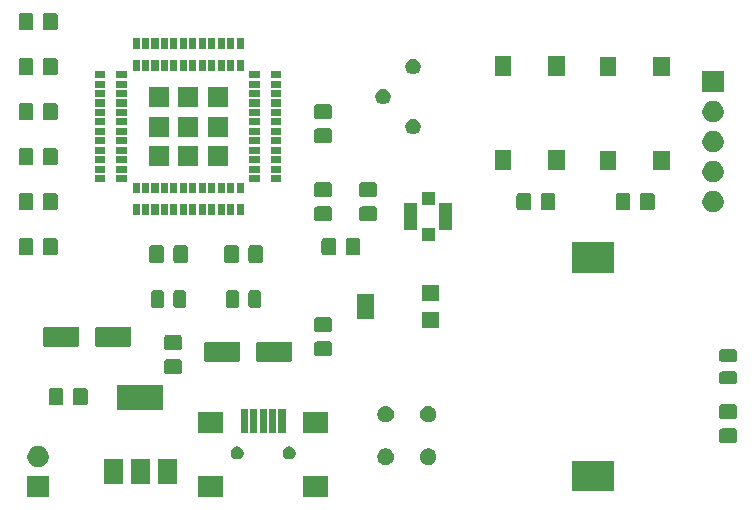
<source format=gbr>
G04 #@! TF.GenerationSoftware,KiCad,Pcbnew,(5.1.5-0-10_14)*
G04 #@! TF.CreationDate,2020-02-14T11:25:06+01:00*
G04 #@! TF.ProjectId,EDS_ALARM,4544535f-414c-4415-924d-2e6b69636164,rev?*
G04 #@! TF.SameCoordinates,Original*
G04 #@! TF.FileFunction,Soldermask,Top*
G04 #@! TF.FilePolarity,Negative*
%FSLAX46Y46*%
G04 Gerber Fmt 4.6, Leading zero omitted, Abs format (unit mm)*
G04 Created by KiCad (PCBNEW (5.1.5-0-10_14)) date 2020-02-14 11:25:06*
%MOMM*%
%LPD*%
G04 APERTURE LIST*
%ADD10C,0.100000*%
G04 APERTURE END LIST*
D10*
G36*
X198541000Y-115201000D02*
G01*
X196439000Y-115201000D01*
X196439000Y-113399000D01*
X198541000Y-113399000D01*
X198541000Y-115201000D01*
G37*
G36*
X189641000Y-115201000D02*
G01*
X187539000Y-115201000D01*
X187539000Y-113399000D01*
X189641000Y-113399000D01*
X189641000Y-115201000D01*
G37*
G36*
X174891000Y-115201000D02*
G01*
X173089000Y-115201000D01*
X173089000Y-113399000D01*
X174891000Y-113399000D01*
X174891000Y-115201000D01*
G37*
G36*
X222781000Y-114691000D02*
G01*
X219179000Y-114691000D01*
X219179000Y-112089000D01*
X222781000Y-112089000D01*
X222781000Y-114691000D01*
G37*
G36*
X185741000Y-114081000D02*
G01*
X184139000Y-114081000D01*
X184139000Y-111979000D01*
X185741000Y-111979000D01*
X185741000Y-114081000D01*
G37*
G36*
X183441000Y-114081000D02*
G01*
X181839000Y-114081000D01*
X181839000Y-111979000D01*
X183441000Y-111979000D01*
X183441000Y-114081000D01*
G37*
G36*
X181141000Y-114081000D02*
G01*
X179539000Y-114081000D01*
X179539000Y-111979000D01*
X181141000Y-111979000D01*
X181141000Y-114081000D01*
G37*
G36*
X174100426Y-110863313D02*
G01*
X174252812Y-110893624D01*
X174416784Y-110961544D01*
X174564354Y-111060147D01*
X174689853Y-111185646D01*
X174788456Y-111333216D01*
X174856376Y-111497188D01*
X174891000Y-111671259D01*
X174891000Y-111848741D01*
X174856376Y-112022812D01*
X174788456Y-112186784D01*
X174689853Y-112334354D01*
X174564354Y-112459853D01*
X174416784Y-112558456D01*
X174252812Y-112626376D01*
X174100426Y-112656687D01*
X174078742Y-112661000D01*
X173901258Y-112661000D01*
X173879574Y-112656687D01*
X173727188Y-112626376D01*
X173563216Y-112558456D01*
X173415646Y-112459853D01*
X173290147Y-112334354D01*
X173191544Y-112186784D01*
X173123624Y-112022812D01*
X173089000Y-111848741D01*
X173089000Y-111671259D01*
X173123624Y-111497188D01*
X173191544Y-111333216D01*
X173290147Y-111185646D01*
X173415646Y-111060147D01*
X173563216Y-110961544D01*
X173727188Y-110893624D01*
X173879574Y-110863313D01*
X173901258Y-110859000D01*
X174078742Y-110859000D01*
X174100426Y-110863313D01*
G37*
G36*
X207214472Y-111085938D02*
G01*
X207342047Y-111138781D01*
X207342048Y-111138782D01*
X207456862Y-111215498D01*
X207554502Y-111313138D01*
X207567919Y-111333218D01*
X207631219Y-111427953D01*
X207684062Y-111555528D01*
X207711000Y-111690956D01*
X207711000Y-111829044D01*
X207684062Y-111964472D01*
X207631219Y-112092047D01*
X207631218Y-112092048D01*
X207554502Y-112206862D01*
X207456862Y-112304502D01*
X207412188Y-112334352D01*
X207342047Y-112381219D01*
X207214472Y-112434062D01*
X207079044Y-112461000D01*
X206940956Y-112461000D01*
X206805528Y-112434062D01*
X206677953Y-112381219D01*
X206607812Y-112334352D01*
X206563138Y-112304502D01*
X206465498Y-112206862D01*
X206388782Y-112092048D01*
X206388781Y-112092047D01*
X206335938Y-111964472D01*
X206309000Y-111829044D01*
X206309000Y-111690956D01*
X206335938Y-111555528D01*
X206388781Y-111427953D01*
X206452081Y-111333218D01*
X206465498Y-111313138D01*
X206563138Y-111215498D01*
X206677952Y-111138782D01*
X206677953Y-111138781D01*
X206805528Y-111085938D01*
X206940956Y-111059000D01*
X207079044Y-111059000D01*
X207214472Y-111085938D01*
G37*
G36*
X203614472Y-111085938D02*
G01*
X203742047Y-111138781D01*
X203742048Y-111138782D01*
X203856862Y-111215498D01*
X203954502Y-111313138D01*
X203967919Y-111333218D01*
X204031219Y-111427953D01*
X204084062Y-111555528D01*
X204111000Y-111690956D01*
X204111000Y-111829044D01*
X204084062Y-111964472D01*
X204031219Y-112092047D01*
X204031218Y-112092048D01*
X203954502Y-112206862D01*
X203856862Y-112304502D01*
X203812188Y-112334352D01*
X203742047Y-112381219D01*
X203614472Y-112434062D01*
X203479044Y-112461000D01*
X203340956Y-112461000D01*
X203205528Y-112434062D01*
X203077953Y-112381219D01*
X203007812Y-112334352D01*
X202963138Y-112304502D01*
X202865498Y-112206862D01*
X202788782Y-112092048D01*
X202788781Y-112092047D01*
X202735938Y-111964472D01*
X202709000Y-111829044D01*
X202709000Y-111690956D01*
X202735938Y-111555528D01*
X202788781Y-111427953D01*
X202852081Y-111333218D01*
X202865498Y-111313138D01*
X202963138Y-111215498D01*
X203077952Y-111138782D01*
X203077953Y-111138781D01*
X203205528Y-111085938D01*
X203340956Y-111059000D01*
X203479044Y-111059000D01*
X203614472Y-111085938D01*
G37*
G36*
X195400719Y-110920174D02*
G01*
X195400722Y-110920175D01*
X195400721Y-110920175D01*
X195500996Y-110961710D01*
X195591242Y-111022010D01*
X195667990Y-111098758D01*
X195728290Y-111189004D01*
X195739264Y-111215498D01*
X195769826Y-111289281D01*
X195791000Y-111395730D01*
X195791000Y-111504270D01*
X195769826Y-111610719D01*
X195769825Y-111610721D01*
X195728290Y-111710996D01*
X195667990Y-111801242D01*
X195591242Y-111877990D01*
X195500996Y-111938290D01*
X195437787Y-111964472D01*
X195400719Y-111979826D01*
X195294270Y-112001000D01*
X195185730Y-112001000D01*
X195079281Y-111979826D01*
X195042213Y-111964472D01*
X194979004Y-111938290D01*
X194888758Y-111877990D01*
X194812010Y-111801242D01*
X194751710Y-111710996D01*
X194710175Y-111610721D01*
X194710174Y-111610719D01*
X194689000Y-111504270D01*
X194689000Y-111395730D01*
X194710174Y-111289281D01*
X194740736Y-111215498D01*
X194751710Y-111189004D01*
X194812010Y-111098758D01*
X194888758Y-111022010D01*
X194979004Y-110961710D01*
X195079279Y-110920175D01*
X195079278Y-110920175D01*
X195079281Y-110920174D01*
X195185730Y-110899000D01*
X195294270Y-110899000D01*
X195400719Y-110920174D01*
G37*
G36*
X191000719Y-110920174D02*
G01*
X191000722Y-110920175D01*
X191000721Y-110920175D01*
X191100996Y-110961710D01*
X191191242Y-111022010D01*
X191267990Y-111098758D01*
X191328290Y-111189004D01*
X191339264Y-111215498D01*
X191369826Y-111289281D01*
X191391000Y-111395730D01*
X191391000Y-111504270D01*
X191369826Y-111610719D01*
X191369825Y-111610721D01*
X191328290Y-111710996D01*
X191267990Y-111801242D01*
X191191242Y-111877990D01*
X191100996Y-111938290D01*
X191037787Y-111964472D01*
X191000719Y-111979826D01*
X190894270Y-112001000D01*
X190785730Y-112001000D01*
X190679281Y-111979826D01*
X190642213Y-111964472D01*
X190579004Y-111938290D01*
X190488758Y-111877990D01*
X190412010Y-111801242D01*
X190351710Y-111710996D01*
X190310175Y-111610721D01*
X190310174Y-111610719D01*
X190289000Y-111504270D01*
X190289000Y-111395730D01*
X190310174Y-111289281D01*
X190340736Y-111215498D01*
X190351710Y-111189004D01*
X190412010Y-111098758D01*
X190488758Y-111022010D01*
X190579004Y-110961710D01*
X190679279Y-110920175D01*
X190679278Y-110920175D01*
X190679281Y-110920174D01*
X190785730Y-110899000D01*
X190894270Y-110899000D01*
X191000719Y-110920174D01*
G37*
G36*
X232964623Y-109378923D02*
G01*
X233010337Y-109392791D01*
X233052465Y-109415308D01*
X233089389Y-109445611D01*
X233119692Y-109482535D01*
X233142209Y-109524663D01*
X233156077Y-109570377D01*
X233161000Y-109620366D01*
X233161000Y-110379634D01*
X233156077Y-110429623D01*
X233142209Y-110475337D01*
X233119692Y-110517465D01*
X233089389Y-110554389D01*
X233052465Y-110584692D01*
X233010337Y-110607209D01*
X232964623Y-110621077D01*
X232914634Y-110626000D01*
X231905366Y-110626000D01*
X231855377Y-110621077D01*
X231809663Y-110607209D01*
X231767535Y-110584692D01*
X231730611Y-110554389D01*
X231700308Y-110517465D01*
X231677791Y-110475337D01*
X231663923Y-110429623D01*
X231659000Y-110379634D01*
X231659000Y-109620366D01*
X231663923Y-109570377D01*
X231677791Y-109524663D01*
X231700308Y-109482535D01*
X231730611Y-109445611D01*
X231767535Y-109415308D01*
X231809663Y-109392791D01*
X231855377Y-109378923D01*
X231905366Y-109374000D01*
X232914634Y-109374000D01*
X232964623Y-109378923D01*
G37*
G36*
X191741000Y-109801000D02*
G01*
X191139000Y-109801000D01*
X191139000Y-107699000D01*
X191741000Y-107699000D01*
X191741000Y-109801000D01*
G37*
G36*
X192541000Y-109801000D02*
G01*
X191939000Y-109801000D01*
X191939000Y-107699000D01*
X192541000Y-107699000D01*
X192541000Y-109801000D01*
G37*
G36*
X193341000Y-109801000D02*
G01*
X192739000Y-109801000D01*
X192739000Y-107699000D01*
X193341000Y-107699000D01*
X193341000Y-109801000D01*
G37*
G36*
X194141000Y-109801000D02*
G01*
X193539000Y-109801000D01*
X193539000Y-107699000D01*
X194141000Y-107699000D01*
X194141000Y-109801000D01*
G37*
G36*
X194941000Y-109801000D02*
G01*
X194339000Y-109801000D01*
X194339000Y-107699000D01*
X194941000Y-107699000D01*
X194941000Y-109801000D01*
G37*
G36*
X189641000Y-109751000D02*
G01*
X187539000Y-109751000D01*
X187539000Y-107949000D01*
X189641000Y-107949000D01*
X189641000Y-109751000D01*
G37*
G36*
X198541000Y-109751000D02*
G01*
X196439000Y-109751000D01*
X196439000Y-107949000D01*
X198541000Y-107949000D01*
X198541000Y-109751000D01*
G37*
G36*
X203614472Y-107485938D02*
G01*
X203742047Y-107538781D01*
X203742048Y-107538782D01*
X203856862Y-107615498D01*
X203954502Y-107713138D01*
X203954503Y-107713140D01*
X204031219Y-107827953D01*
X204084062Y-107955528D01*
X204111000Y-108090956D01*
X204111000Y-108229044D01*
X204084062Y-108364472D01*
X204031219Y-108492047D01*
X204031218Y-108492048D01*
X203954502Y-108606862D01*
X203856862Y-108704502D01*
X203799064Y-108743121D01*
X203742047Y-108781219D01*
X203614472Y-108834062D01*
X203479044Y-108861000D01*
X203340956Y-108861000D01*
X203205528Y-108834062D01*
X203077953Y-108781219D01*
X203020936Y-108743121D01*
X202963138Y-108704502D01*
X202865498Y-108606862D01*
X202788782Y-108492048D01*
X202788781Y-108492047D01*
X202735938Y-108364472D01*
X202709000Y-108229044D01*
X202709000Y-108090956D01*
X202735938Y-107955528D01*
X202788781Y-107827953D01*
X202865497Y-107713140D01*
X202865498Y-107713138D01*
X202963138Y-107615498D01*
X203077952Y-107538782D01*
X203077953Y-107538781D01*
X203205528Y-107485938D01*
X203340956Y-107459000D01*
X203479044Y-107459000D01*
X203614472Y-107485938D01*
G37*
G36*
X207214472Y-107485938D02*
G01*
X207342047Y-107538781D01*
X207342048Y-107538782D01*
X207456862Y-107615498D01*
X207554502Y-107713138D01*
X207554503Y-107713140D01*
X207631219Y-107827953D01*
X207684062Y-107955528D01*
X207711000Y-108090956D01*
X207711000Y-108229044D01*
X207684062Y-108364472D01*
X207631219Y-108492047D01*
X207631218Y-108492048D01*
X207554502Y-108606862D01*
X207456862Y-108704502D01*
X207399064Y-108743121D01*
X207342047Y-108781219D01*
X207214472Y-108834062D01*
X207079044Y-108861000D01*
X206940956Y-108861000D01*
X206805528Y-108834062D01*
X206677953Y-108781219D01*
X206620936Y-108743121D01*
X206563138Y-108704502D01*
X206465498Y-108606862D01*
X206388782Y-108492048D01*
X206388781Y-108492047D01*
X206335938Y-108364472D01*
X206309000Y-108229044D01*
X206309000Y-108090956D01*
X206335938Y-107955528D01*
X206388781Y-107827953D01*
X206465497Y-107713140D01*
X206465498Y-107713138D01*
X206563138Y-107615498D01*
X206677952Y-107538782D01*
X206677953Y-107538781D01*
X206805528Y-107485938D01*
X206940956Y-107459000D01*
X207079044Y-107459000D01*
X207214472Y-107485938D01*
G37*
G36*
X232964623Y-107328923D02*
G01*
X233010337Y-107342791D01*
X233052465Y-107365308D01*
X233089389Y-107395611D01*
X233119692Y-107432535D01*
X233142209Y-107474663D01*
X233156077Y-107520377D01*
X233161000Y-107570366D01*
X233161000Y-108329634D01*
X233156077Y-108379623D01*
X233142209Y-108425337D01*
X233119692Y-108467465D01*
X233089389Y-108504389D01*
X233052465Y-108534692D01*
X233010337Y-108557209D01*
X232964623Y-108571077D01*
X232914634Y-108576000D01*
X231905366Y-108576000D01*
X231855377Y-108571077D01*
X231809663Y-108557209D01*
X231767535Y-108534692D01*
X231730611Y-108504389D01*
X231700308Y-108467465D01*
X231677791Y-108425337D01*
X231663923Y-108379623D01*
X231659000Y-108329634D01*
X231659000Y-107570366D01*
X231663923Y-107520377D01*
X231677791Y-107474663D01*
X231700308Y-107432535D01*
X231730611Y-107395611D01*
X231767535Y-107365308D01*
X231809663Y-107342791D01*
X231855377Y-107328923D01*
X231905366Y-107324000D01*
X232914634Y-107324000D01*
X232964623Y-107328923D01*
G37*
G36*
X184591000Y-107781000D02*
G01*
X180689000Y-107781000D01*
X180689000Y-105679000D01*
X184591000Y-105679000D01*
X184591000Y-107781000D01*
G37*
G36*
X175934623Y-105933923D02*
G01*
X175980337Y-105947791D01*
X176022465Y-105970308D01*
X176059389Y-106000611D01*
X176089692Y-106037535D01*
X176112209Y-106079663D01*
X176126077Y-106125377D01*
X176131000Y-106175366D01*
X176131000Y-107184634D01*
X176126077Y-107234623D01*
X176112209Y-107280337D01*
X176089692Y-107322465D01*
X176059389Y-107359389D01*
X176022465Y-107389692D01*
X175980337Y-107412209D01*
X175934623Y-107426077D01*
X175884634Y-107431000D01*
X175125366Y-107431000D01*
X175075377Y-107426077D01*
X175029663Y-107412209D01*
X174987535Y-107389692D01*
X174950611Y-107359389D01*
X174920308Y-107322465D01*
X174897791Y-107280337D01*
X174883923Y-107234623D01*
X174879000Y-107184634D01*
X174879000Y-106175366D01*
X174883923Y-106125377D01*
X174897791Y-106079663D01*
X174920308Y-106037535D01*
X174950611Y-106000611D01*
X174987535Y-105970308D01*
X175029663Y-105947791D01*
X175075377Y-105933923D01*
X175125366Y-105929000D01*
X175884634Y-105929000D01*
X175934623Y-105933923D01*
G37*
G36*
X177984623Y-105933923D02*
G01*
X178030337Y-105947791D01*
X178072465Y-105970308D01*
X178109389Y-106000611D01*
X178139692Y-106037535D01*
X178162209Y-106079663D01*
X178176077Y-106125377D01*
X178181000Y-106175366D01*
X178181000Y-107184634D01*
X178176077Y-107234623D01*
X178162209Y-107280337D01*
X178139692Y-107322465D01*
X178109389Y-107359389D01*
X178072465Y-107389692D01*
X178030337Y-107412209D01*
X177984623Y-107426077D01*
X177934634Y-107431000D01*
X177175366Y-107431000D01*
X177125377Y-107426077D01*
X177079663Y-107412209D01*
X177037535Y-107389692D01*
X177000611Y-107359389D01*
X176970308Y-107322465D01*
X176947791Y-107280337D01*
X176933923Y-107234623D01*
X176929000Y-107184634D01*
X176929000Y-106175366D01*
X176933923Y-106125377D01*
X176947791Y-106079663D01*
X176970308Y-106037535D01*
X177000611Y-106000611D01*
X177037535Y-105970308D01*
X177079663Y-105947791D01*
X177125377Y-105933923D01*
X177175366Y-105929000D01*
X177934634Y-105929000D01*
X177984623Y-105933923D01*
G37*
G36*
X232964353Y-104543930D02*
G01*
X233010127Y-104557815D01*
X233052317Y-104580366D01*
X233089290Y-104610710D01*
X233119634Y-104647683D01*
X233142185Y-104689873D01*
X233156070Y-104735647D01*
X233161000Y-104785704D01*
X233161000Y-105369296D01*
X233156070Y-105419353D01*
X233142185Y-105465127D01*
X233119634Y-105507317D01*
X233089290Y-105544290D01*
X233052317Y-105574634D01*
X233010127Y-105597185D01*
X232964353Y-105611070D01*
X232914296Y-105616000D01*
X231905704Y-105616000D01*
X231855647Y-105611070D01*
X231809873Y-105597185D01*
X231767683Y-105574634D01*
X231730710Y-105544290D01*
X231700366Y-105507317D01*
X231677815Y-105465127D01*
X231663930Y-105419353D01*
X231659000Y-105369296D01*
X231659000Y-104785704D01*
X231663930Y-104735647D01*
X231677815Y-104689873D01*
X231700366Y-104647683D01*
X231730710Y-104610710D01*
X231767683Y-104580366D01*
X231809873Y-104557815D01*
X231855647Y-104543930D01*
X231905704Y-104539000D01*
X232914296Y-104539000D01*
X232964353Y-104543930D01*
G37*
G36*
X185974623Y-103518923D02*
G01*
X186020337Y-103532791D01*
X186062465Y-103555308D01*
X186099389Y-103585611D01*
X186129692Y-103622535D01*
X186152209Y-103664663D01*
X186166077Y-103710377D01*
X186171000Y-103760366D01*
X186171000Y-104519634D01*
X186166077Y-104569623D01*
X186152209Y-104615337D01*
X186129692Y-104657465D01*
X186099389Y-104694389D01*
X186062465Y-104724692D01*
X186020337Y-104747209D01*
X185974623Y-104761077D01*
X185924634Y-104766000D01*
X184915366Y-104766000D01*
X184865377Y-104761077D01*
X184819663Y-104747209D01*
X184777535Y-104724692D01*
X184740611Y-104694389D01*
X184710308Y-104657465D01*
X184687791Y-104615337D01*
X184673923Y-104569623D01*
X184669000Y-104519634D01*
X184669000Y-103760366D01*
X184673923Y-103710377D01*
X184687791Y-103664663D01*
X184710308Y-103622535D01*
X184740611Y-103585611D01*
X184777535Y-103555308D01*
X184819663Y-103532791D01*
X184865377Y-103518923D01*
X184915366Y-103514000D01*
X185924634Y-103514000D01*
X185974623Y-103518923D01*
G37*
G36*
X232964353Y-102668930D02*
G01*
X233010127Y-102682815D01*
X233052317Y-102705366D01*
X233089290Y-102735710D01*
X233119634Y-102772683D01*
X233142185Y-102814873D01*
X233156070Y-102860647D01*
X233161000Y-102910704D01*
X233161000Y-103494296D01*
X233156070Y-103544353D01*
X233142185Y-103590127D01*
X233119634Y-103632317D01*
X233089290Y-103669290D01*
X233052317Y-103699634D01*
X233010127Y-103722185D01*
X232964353Y-103736070D01*
X232914296Y-103741000D01*
X231905704Y-103741000D01*
X231855647Y-103736070D01*
X231809873Y-103722185D01*
X231767683Y-103699634D01*
X231730710Y-103669290D01*
X231700366Y-103632317D01*
X231677815Y-103590127D01*
X231663930Y-103544353D01*
X231659000Y-103494296D01*
X231659000Y-102910704D01*
X231663930Y-102860647D01*
X231677815Y-102814873D01*
X231700366Y-102772683D01*
X231730710Y-102735710D01*
X231767683Y-102705366D01*
X231809873Y-102682815D01*
X231855647Y-102668930D01*
X231905704Y-102664000D01*
X232914296Y-102664000D01*
X232964353Y-102668930D01*
G37*
G36*
X190934564Y-102023686D02*
G01*
X190977961Y-102036851D01*
X191017949Y-102058225D01*
X191053005Y-102086995D01*
X191081775Y-102122051D01*
X191103149Y-102162039D01*
X191116314Y-102205436D01*
X191121000Y-102253017D01*
X191121000Y-103486983D01*
X191116314Y-103534564D01*
X191103149Y-103577961D01*
X191081775Y-103617949D01*
X191053005Y-103653005D01*
X191017949Y-103681775D01*
X190977961Y-103703149D01*
X190934564Y-103716314D01*
X190886983Y-103721000D01*
X188253017Y-103721000D01*
X188205436Y-103716314D01*
X188162039Y-103703149D01*
X188122051Y-103681775D01*
X188086995Y-103653005D01*
X188058225Y-103617949D01*
X188036851Y-103577961D01*
X188023686Y-103534564D01*
X188019000Y-103486983D01*
X188019000Y-102253017D01*
X188023686Y-102205436D01*
X188036851Y-102162039D01*
X188058225Y-102122051D01*
X188086995Y-102086995D01*
X188122051Y-102058225D01*
X188162039Y-102036851D01*
X188205436Y-102023686D01*
X188253017Y-102019000D01*
X190886983Y-102019000D01*
X190934564Y-102023686D01*
G37*
G36*
X195334564Y-102023686D02*
G01*
X195377961Y-102036851D01*
X195417949Y-102058225D01*
X195453005Y-102086995D01*
X195481775Y-102122051D01*
X195503149Y-102162039D01*
X195516314Y-102205436D01*
X195521000Y-102253017D01*
X195521000Y-103486983D01*
X195516314Y-103534564D01*
X195503149Y-103577961D01*
X195481775Y-103617949D01*
X195453005Y-103653005D01*
X195417949Y-103681775D01*
X195377961Y-103703149D01*
X195334564Y-103716314D01*
X195286983Y-103721000D01*
X192653017Y-103721000D01*
X192605436Y-103716314D01*
X192562039Y-103703149D01*
X192522051Y-103681775D01*
X192486995Y-103653005D01*
X192458225Y-103617949D01*
X192436851Y-103577961D01*
X192423686Y-103534564D01*
X192419000Y-103486983D01*
X192419000Y-102253017D01*
X192423686Y-102205436D01*
X192436851Y-102162039D01*
X192458225Y-102122051D01*
X192486995Y-102086995D01*
X192522051Y-102058225D01*
X192562039Y-102036851D01*
X192605436Y-102023686D01*
X192653017Y-102019000D01*
X195286983Y-102019000D01*
X195334564Y-102023686D01*
G37*
G36*
X198674623Y-102003923D02*
G01*
X198720337Y-102017791D01*
X198762465Y-102040308D01*
X198799389Y-102070611D01*
X198829692Y-102107535D01*
X198852209Y-102149663D01*
X198866077Y-102195377D01*
X198871000Y-102245366D01*
X198871000Y-103004634D01*
X198866077Y-103054623D01*
X198852209Y-103100337D01*
X198829692Y-103142465D01*
X198799389Y-103179389D01*
X198762465Y-103209692D01*
X198720337Y-103232209D01*
X198674623Y-103246077D01*
X198624634Y-103251000D01*
X197615366Y-103251000D01*
X197565377Y-103246077D01*
X197519663Y-103232209D01*
X197477535Y-103209692D01*
X197440611Y-103179389D01*
X197410308Y-103142465D01*
X197387791Y-103100337D01*
X197373923Y-103054623D01*
X197369000Y-103004634D01*
X197369000Y-102245366D01*
X197373923Y-102195377D01*
X197387791Y-102149663D01*
X197410308Y-102107535D01*
X197440611Y-102070611D01*
X197477535Y-102040308D01*
X197519663Y-102017791D01*
X197565377Y-102003923D01*
X197615366Y-101999000D01*
X198624634Y-101999000D01*
X198674623Y-102003923D01*
G37*
G36*
X185974623Y-101468923D02*
G01*
X186020337Y-101482791D01*
X186062465Y-101505308D01*
X186099389Y-101535611D01*
X186129692Y-101572535D01*
X186152209Y-101614663D01*
X186166077Y-101660377D01*
X186171000Y-101710366D01*
X186171000Y-102469634D01*
X186166077Y-102519623D01*
X186152209Y-102565337D01*
X186129692Y-102607465D01*
X186099389Y-102644389D01*
X186062465Y-102674692D01*
X186020337Y-102697209D01*
X185974623Y-102711077D01*
X185924634Y-102716000D01*
X184915366Y-102716000D01*
X184865377Y-102711077D01*
X184819663Y-102697209D01*
X184777535Y-102674692D01*
X184740611Y-102644389D01*
X184710308Y-102607465D01*
X184687791Y-102565337D01*
X184673923Y-102519623D01*
X184669000Y-102469634D01*
X184669000Y-101710366D01*
X184673923Y-101660377D01*
X184687791Y-101614663D01*
X184710308Y-101572535D01*
X184740611Y-101535611D01*
X184777535Y-101505308D01*
X184819663Y-101482791D01*
X184865377Y-101468923D01*
X184915366Y-101464000D01*
X185924634Y-101464000D01*
X185974623Y-101468923D01*
G37*
G36*
X177304564Y-100753686D02*
G01*
X177347961Y-100766851D01*
X177387949Y-100788225D01*
X177423005Y-100816995D01*
X177451775Y-100852051D01*
X177473149Y-100892039D01*
X177486314Y-100935436D01*
X177491000Y-100983017D01*
X177491000Y-102216983D01*
X177486314Y-102264564D01*
X177473149Y-102307961D01*
X177451775Y-102347949D01*
X177423005Y-102383005D01*
X177387949Y-102411775D01*
X177347961Y-102433149D01*
X177304564Y-102446314D01*
X177256983Y-102451000D01*
X174623017Y-102451000D01*
X174575436Y-102446314D01*
X174532039Y-102433149D01*
X174492051Y-102411775D01*
X174456995Y-102383005D01*
X174428225Y-102347949D01*
X174406851Y-102307961D01*
X174393686Y-102264564D01*
X174389000Y-102216983D01*
X174389000Y-100983017D01*
X174393686Y-100935436D01*
X174406851Y-100892039D01*
X174428225Y-100852051D01*
X174456995Y-100816995D01*
X174492051Y-100788225D01*
X174532039Y-100766851D01*
X174575436Y-100753686D01*
X174623017Y-100749000D01*
X177256983Y-100749000D01*
X177304564Y-100753686D01*
G37*
G36*
X181704564Y-100753686D02*
G01*
X181747961Y-100766851D01*
X181787949Y-100788225D01*
X181823005Y-100816995D01*
X181851775Y-100852051D01*
X181873149Y-100892039D01*
X181886314Y-100935436D01*
X181891000Y-100983017D01*
X181891000Y-102216983D01*
X181886314Y-102264564D01*
X181873149Y-102307961D01*
X181851775Y-102347949D01*
X181823005Y-102383005D01*
X181787949Y-102411775D01*
X181747961Y-102433149D01*
X181704564Y-102446314D01*
X181656983Y-102451000D01*
X179023017Y-102451000D01*
X178975436Y-102446314D01*
X178932039Y-102433149D01*
X178892051Y-102411775D01*
X178856995Y-102383005D01*
X178828225Y-102347949D01*
X178806851Y-102307961D01*
X178793686Y-102264564D01*
X178789000Y-102216983D01*
X178789000Y-100983017D01*
X178793686Y-100935436D01*
X178806851Y-100892039D01*
X178828225Y-100852051D01*
X178856995Y-100816995D01*
X178892051Y-100788225D01*
X178932039Y-100766851D01*
X178975436Y-100753686D01*
X179023017Y-100749000D01*
X181656983Y-100749000D01*
X181704564Y-100753686D01*
G37*
G36*
X198674623Y-99953923D02*
G01*
X198720337Y-99967791D01*
X198762465Y-99990308D01*
X198799389Y-100020611D01*
X198829692Y-100057535D01*
X198852209Y-100099663D01*
X198866077Y-100145377D01*
X198871000Y-100195366D01*
X198871000Y-100954634D01*
X198866077Y-101004623D01*
X198852209Y-101050337D01*
X198829692Y-101092465D01*
X198799389Y-101129389D01*
X198762465Y-101159692D01*
X198720337Y-101182209D01*
X198674623Y-101196077D01*
X198624634Y-101201000D01*
X197615366Y-101201000D01*
X197565377Y-101196077D01*
X197519663Y-101182209D01*
X197477535Y-101159692D01*
X197440611Y-101129389D01*
X197410308Y-101092465D01*
X197387791Y-101050337D01*
X197373923Y-101004623D01*
X197369000Y-100954634D01*
X197369000Y-100195366D01*
X197373923Y-100145377D01*
X197387791Y-100099663D01*
X197410308Y-100057535D01*
X197440611Y-100020611D01*
X197477535Y-99990308D01*
X197519663Y-99967791D01*
X197565377Y-99953923D01*
X197615366Y-99949000D01*
X198624634Y-99949000D01*
X198674623Y-99953923D01*
G37*
G36*
X207921000Y-100911000D02*
G01*
X206519000Y-100911000D01*
X206519000Y-99509000D01*
X207921000Y-99509000D01*
X207921000Y-100911000D01*
G37*
G36*
X202421000Y-100111000D02*
G01*
X201019000Y-100111000D01*
X201019000Y-98009000D01*
X202421000Y-98009000D01*
X202421000Y-100111000D01*
G37*
G36*
X192668353Y-97678930D02*
G01*
X192714127Y-97692815D01*
X192756317Y-97715366D01*
X192793290Y-97745710D01*
X192823634Y-97782683D01*
X192846185Y-97824873D01*
X192860070Y-97870647D01*
X192865000Y-97920704D01*
X192865000Y-98929296D01*
X192860070Y-98979353D01*
X192846185Y-99025127D01*
X192823634Y-99067317D01*
X192793290Y-99104290D01*
X192756317Y-99134634D01*
X192714127Y-99157185D01*
X192668353Y-99171070D01*
X192618296Y-99176000D01*
X192034704Y-99176000D01*
X191984647Y-99171070D01*
X191938873Y-99157185D01*
X191896683Y-99134634D01*
X191859710Y-99104290D01*
X191829366Y-99067317D01*
X191806815Y-99025127D01*
X191792930Y-98979353D01*
X191788000Y-98929296D01*
X191788000Y-97920704D01*
X191792930Y-97870647D01*
X191806815Y-97824873D01*
X191829366Y-97782683D01*
X191859710Y-97745710D01*
X191896683Y-97715366D01*
X191938873Y-97692815D01*
X191984647Y-97678930D01*
X192034704Y-97674000D01*
X192618296Y-97674000D01*
X192668353Y-97678930D01*
G37*
G36*
X190793353Y-97678930D02*
G01*
X190839127Y-97692815D01*
X190881317Y-97715366D01*
X190918290Y-97745710D01*
X190948634Y-97782683D01*
X190971185Y-97824873D01*
X190985070Y-97870647D01*
X190990000Y-97920704D01*
X190990000Y-98929296D01*
X190985070Y-98979353D01*
X190971185Y-99025127D01*
X190948634Y-99067317D01*
X190918290Y-99104290D01*
X190881317Y-99134634D01*
X190839127Y-99157185D01*
X190793353Y-99171070D01*
X190743296Y-99176000D01*
X190159704Y-99176000D01*
X190109647Y-99171070D01*
X190063873Y-99157185D01*
X190021683Y-99134634D01*
X189984710Y-99104290D01*
X189954366Y-99067317D01*
X189931815Y-99025127D01*
X189917930Y-98979353D01*
X189913000Y-98929296D01*
X189913000Y-97920704D01*
X189917930Y-97870647D01*
X189931815Y-97824873D01*
X189954366Y-97782683D01*
X189984710Y-97745710D01*
X190021683Y-97715366D01*
X190063873Y-97692815D01*
X190109647Y-97678930D01*
X190159704Y-97674000D01*
X190743296Y-97674000D01*
X190793353Y-97678930D01*
G37*
G36*
X186318353Y-97678930D02*
G01*
X186364127Y-97692815D01*
X186406317Y-97715366D01*
X186443290Y-97745710D01*
X186473634Y-97782683D01*
X186496185Y-97824873D01*
X186510070Y-97870647D01*
X186515000Y-97920704D01*
X186515000Y-98929296D01*
X186510070Y-98979353D01*
X186496185Y-99025127D01*
X186473634Y-99067317D01*
X186443290Y-99104290D01*
X186406317Y-99134634D01*
X186364127Y-99157185D01*
X186318353Y-99171070D01*
X186268296Y-99176000D01*
X185684704Y-99176000D01*
X185634647Y-99171070D01*
X185588873Y-99157185D01*
X185546683Y-99134634D01*
X185509710Y-99104290D01*
X185479366Y-99067317D01*
X185456815Y-99025127D01*
X185442930Y-98979353D01*
X185438000Y-98929296D01*
X185438000Y-97920704D01*
X185442930Y-97870647D01*
X185456815Y-97824873D01*
X185479366Y-97782683D01*
X185509710Y-97745710D01*
X185546683Y-97715366D01*
X185588873Y-97692815D01*
X185634647Y-97678930D01*
X185684704Y-97674000D01*
X186268296Y-97674000D01*
X186318353Y-97678930D01*
G37*
G36*
X184443353Y-97678930D02*
G01*
X184489127Y-97692815D01*
X184531317Y-97715366D01*
X184568290Y-97745710D01*
X184598634Y-97782683D01*
X184621185Y-97824873D01*
X184635070Y-97870647D01*
X184640000Y-97920704D01*
X184640000Y-98929296D01*
X184635070Y-98979353D01*
X184621185Y-99025127D01*
X184598634Y-99067317D01*
X184568290Y-99104290D01*
X184531317Y-99134634D01*
X184489127Y-99157185D01*
X184443353Y-99171070D01*
X184393296Y-99176000D01*
X183809704Y-99176000D01*
X183759647Y-99171070D01*
X183713873Y-99157185D01*
X183671683Y-99134634D01*
X183634710Y-99104290D01*
X183604366Y-99067317D01*
X183581815Y-99025127D01*
X183567930Y-98979353D01*
X183563000Y-98929296D01*
X183563000Y-97920704D01*
X183567930Y-97870647D01*
X183581815Y-97824873D01*
X183604366Y-97782683D01*
X183634710Y-97745710D01*
X183671683Y-97715366D01*
X183713873Y-97692815D01*
X183759647Y-97678930D01*
X183809704Y-97674000D01*
X184393296Y-97674000D01*
X184443353Y-97678930D01*
G37*
G36*
X207921000Y-98611000D02*
G01*
X206519000Y-98611000D01*
X206519000Y-97209000D01*
X207921000Y-97209000D01*
X207921000Y-98611000D01*
G37*
G36*
X222781000Y-96191000D02*
G01*
X219179000Y-96191000D01*
X219179000Y-93589000D01*
X222781000Y-93589000D01*
X222781000Y-96191000D01*
G37*
G36*
X184443623Y-93868923D02*
G01*
X184489337Y-93882791D01*
X184531465Y-93905308D01*
X184568389Y-93935611D01*
X184598692Y-93972535D01*
X184621209Y-94014663D01*
X184635077Y-94060377D01*
X184640000Y-94110366D01*
X184640000Y-95119634D01*
X184635077Y-95169623D01*
X184621209Y-95215337D01*
X184598692Y-95257465D01*
X184568389Y-95294389D01*
X184531465Y-95324692D01*
X184489337Y-95347209D01*
X184443623Y-95361077D01*
X184393634Y-95366000D01*
X183634366Y-95366000D01*
X183584377Y-95361077D01*
X183538663Y-95347209D01*
X183496535Y-95324692D01*
X183459611Y-95294389D01*
X183429308Y-95257465D01*
X183406791Y-95215337D01*
X183392923Y-95169623D01*
X183388000Y-95119634D01*
X183388000Y-94110366D01*
X183392923Y-94060377D01*
X183406791Y-94014663D01*
X183429308Y-93972535D01*
X183459611Y-93935611D01*
X183496535Y-93905308D01*
X183538663Y-93882791D01*
X183584377Y-93868923D01*
X183634366Y-93864000D01*
X184393634Y-93864000D01*
X184443623Y-93868923D01*
G37*
G36*
X192843623Y-93868923D02*
G01*
X192889337Y-93882791D01*
X192931465Y-93905308D01*
X192968389Y-93935611D01*
X192998692Y-93972535D01*
X193021209Y-94014663D01*
X193035077Y-94060377D01*
X193040000Y-94110366D01*
X193040000Y-95119634D01*
X193035077Y-95169623D01*
X193021209Y-95215337D01*
X192998692Y-95257465D01*
X192968389Y-95294389D01*
X192931465Y-95324692D01*
X192889337Y-95347209D01*
X192843623Y-95361077D01*
X192793634Y-95366000D01*
X192034366Y-95366000D01*
X191984377Y-95361077D01*
X191938663Y-95347209D01*
X191896535Y-95324692D01*
X191859611Y-95294389D01*
X191829308Y-95257465D01*
X191806791Y-95215337D01*
X191792923Y-95169623D01*
X191788000Y-95119634D01*
X191788000Y-94110366D01*
X191792923Y-94060377D01*
X191806791Y-94014663D01*
X191829308Y-93972535D01*
X191859611Y-93935611D01*
X191896535Y-93905308D01*
X191938663Y-93882791D01*
X191984377Y-93868923D01*
X192034366Y-93864000D01*
X192793634Y-93864000D01*
X192843623Y-93868923D01*
G37*
G36*
X190793623Y-93868923D02*
G01*
X190839337Y-93882791D01*
X190881465Y-93905308D01*
X190918389Y-93935611D01*
X190948692Y-93972535D01*
X190971209Y-94014663D01*
X190985077Y-94060377D01*
X190990000Y-94110366D01*
X190990000Y-95119634D01*
X190985077Y-95169623D01*
X190971209Y-95215337D01*
X190948692Y-95257465D01*
X190918389Y-95294389D01*
X190881465Y-95324692D01*
X190839337Y-95347209D01*
X190793623Y-95361077D01*
X190743634Y-95366000D01*
X189984366Y-95366000D01*
X189934377Y-95361077D01*
X189888663Y-95347209D01*
X189846535Y-95324692D01*
X189809611Y-95294389D01*
X189779308Y-95257465D01*
X189756791Y-95215337D01*
X189742923Y-95169623D01*
X189738000Y-95119634D01*
X189738000Y-94110366D01*
X189742923Y-94060377D01*
X189756791Y-94014663D01*
X189779308Y-93972535D01*
X189809611Y-93935611D01*
X189846535Y-93905308D01*
X189888663Y-93882791D01*
X189934377Y-93868923D01*
X189984366Y-93864000D01*
X190743634Y-93864000D01*
X190793623Y-93868923D01*
G37*
G36*
X186493623Y-93868923D02*
G01*
X186539337Y-93882791D01*
X186581465Y-93905308D01*
X186618389Y-93935611D01*
X186648692Y-93972535D01*
X186671209Y-94014663D01*
X186685077Y-94060377D01*
X186690000Y-94110366D01*
X186690000Y-95119634D01*
X186685077Y-95169623D01*
X186671209Y-95215337D01*
X186648692Y-95257465D01*
X186618389Y-95294389D01*
X186581465Y-95324692D01*
X186539337Y-95347209D01*
X186493623Y-95361077D01*
X186443634Y-95366000D01*
X185684366Y-95366000D01*
X185634377Y-95361077D01*
X185588663Y-95347209D01*
X185546535Y-95324692D01*
X185509611Y-95294389D01*
X185479308Y-95257465D01*
X185456791Y-95215337D01*
X185442923Y-95169623D01*
X185438000Y-95119634D01*
X185438000Y-94110366D01*
X185442923Y-94060377D01*
X185456791Y-94014663D01*
X185479308Y-93972535D01*
X185509611Y-93935611D01*
X185546535Y-93905308D01*
X185588663Y-93882791D01*
X185634377Y-93868923D01*
X185684366Y-93864000D01*
X186443634Y-93864000D01*
X186493623Y-93868923D01*
G37*
G36*
X201089623Y-93233923D02*
G01*
X201135337Y-93247791D01*
X201177465Y-93270308D01*
X201214389Y-93300611D01*
X201244692Y-93337535D01*
X201267209Y-93379663D01*
X201281077Y-93425377D01*
X201286000Y-93475366D01*
X201286000Y-94484634D01*
X201281077Y-94534623D01*
X201267209Y-94580337D01*
X201244692Y-94622465D01*
X201214389Y-94659389D01*
X201177465Y-94689692D01*
X201135337Y-94712209D01*
X201089623Y-94726077D01*
X201039634Y-94731000D01*
X200280366Y-94731000D01*
X200230377Y-94726077D01*
X200184663Y-94712209D01*
X200142535Y-94689692D01*
X200105611Y-94659389D01*
X200075308Y-94622465D01*
X200052791Y-94580337D01*
X200038923Y-94534623D01*
X200034000Y-94484634D01*
X200034000Y-93475366D01*
X200038923Y-93425377D01*
X200052791Y-93379663D01*
X200075308Y-93337535D01*
X200105611Y-93300611D01*
X200142535Y-93270308D01*
X200184663Y-93247791D01*
X200230377Y-93233923D01*
X200280366Y-93229000D01*
X201039634Y-93229000D01*
X201089623Y-93233923D01*
G37*
G36*
X199039623Y-93233923D02*
G01*
X199085337Y-93247791D01*
X199127465Y-93270308D01*
X199164389Y-93300611D01*
X199194692Y-93337535D01*
X199217209Y-93379663D01*
X199231077Y-93425377D01*
X199236000Y-93475366D01*
X199236000Y-94484634D01*
X199231077Y-94534623D01*
X199217209Y-94580337D01*
X199194692Y-94622465D01*
X199164389Y-94659389D01*
X199127465Y-94689692D01*
X199085337Y-94712209D01*
X199039623Y-94726077D01*
X198989634Y-94731000D01*
X198230366Y-94731000D01*
X198180377Y-94726077D01*
X198134663Y-94712209D01*
X198092535Y-94689692D01*
X198055611Y-94659389D01*
X198025308Y-94622465D01*
X198002791Y-94580337D01*
X197988923Y-94534623D01*
X197984000Y-94484634D01*
X197984000Y-93475366D01*
X197988923Y-93425377D01*
X198002791Y-93379663D01*
X198025308Y-93337535D01*
X198055611Y-93300611D01*
X198092535Y-93270308D01*
X198134663Y-93247791D01*
X198180377Y-93233923D01*
X198230366Y-93229000D01*
X198989634Y-93229000D01*
X199039623Y-93233923D01*
G37*
G36*
X173394623Y-93233923D02*
G01*
X173440337Y-93247791D01*
X173482465Y-93270308D01*
X173519389Y-93300611D01*
X173549692Y-93337535D01*
X173572209Y-93379663D01*
X173586077Y-93425377D01*
X173591000Y-93475366D01*
X173591000Y-94484634D01*
X173586077Y-94534623D01*
X173572209Y-94580337D01*
X173549692Y-94622465D01*
X173519389Y-94659389D01*
X173482465Y-94689692D01*
X173440337Y-94712209D01*
X173394623Y-94726077D01*
X173344634Y-94731000D01*
X172585366Y-94731000D01*
X172535377Y-94726077D01*
X172489663Y-94712209D01*
X172447535Y-94689692D01*
X172410611Y-94659389D01*
X172380308Y-94622465D01*
X172357791Y-94580337D01*
X172343923Y-94534623D01*
X172339000Y-94484634D01*
X172339000Y-93475366D01*
X172343923Y-93425377D01*
X172357791Y-93379663D01*
X172380308Y-93337535D01*
X172410611Y-93300611D01*
X172447535Y-93270308D01*
X172489663Y-93247791D01*
X172535377Y-93233923D01*
X172585366Y-93229000D01*
X173344634Y-93229000D01*
X173394623Y-93233923D01*
G37*
G36*
X175444623Y-93233923D02*
G01*
X175490337Y-93247791D01*
X175532465Y-93270308D01*
X175569389Y-93300611D01*
X175599692Y-93337535D01*
X175622209Y-93379663D01*
X175636077Y-93425377D01*
X175641000Y-93475366D01*
X175641000Y-94484634D01*
X175636077Y-94534623D01*
X175622209Y-94580337D01*
X175599692Y-94622465D01*
X175569389Y-94659389D01*
X175532465Y-94689692D01*
X175490337Y-94712209D01*
X175444623Y-94726077D01*
X175394634Y-94731000D01*
X174635366Y-94731000D01*
X174585377Y-94726077D01*
X174539663Y-94712209D01*
X174497535Y-94689692D01*
X174460611Y-94659389D01*
X174430308Y-94622465D01*
X174407791Y-94580337D01*
X174393923Y-94534623D01*
X174389000Y-94484634D01*
X174389000Y-93475366D01*
X174393923Y-93425377D01*
X174407791Y-93379663D01*
X174430308Y-93337535D01*
X174460611Y-93300611D01*
X174497535Y-93270308D01*
X174539663Y-93247791D01*
X174585377Y-93233923D01*
X174635366Y-93229000D01*
X175394634Y-93229000D01*
X175444623Y-93233923D01*
G37*
G36*
X207561000Y-93491000D02*
G01*
X206459000Y-93491000D01*
X206459000Y-92389000D01*
X207561000Y-92389000D01*
X207561000Y-93491000D01*
G37*
G36*
X209061000Y-92591000D02*
G01*
X207909000Y-92591000D01*
X207909000Y-90289000D01*
X209061000Y-90289000D01*
X209061000Y-92591000D01*
G37*
G36*
X206111000Y-92591000D02*
G01*
X204959000Y-92591000D01*
X204959000Y-90289000D01*
X206111000Y-90289000D01*
X206111000Y-92591000D01*
G37*
G36*
X198674623Y-90573923D02*
G01*
X198720337Y-90587791D01*
X198762465Y-90610308D01*
X198799389Y-90640611D01*
X198829692Y-90677535D01*
X198852209Y-90719663D01*
X198866077Y-90765377D01*
X198871000Y-90815366D01*
X198871000Y-91574634D01*
X198866077Y-91624623D01*
X198852209Y-91670337D01*
X198829692Y-91712465D01*
X198799389Y-91749389D01*
X198762465Y-91779692D01*
X198720337Y-91802209D01*
X198674623Y-91816077D01*
X198624634Y-91821000D01*
X197615366Y-91821000D01*
X197565377Y-91816077D01*
X197519663Y-91802209D01*
X197477535Y-91779692D01*
X197440611Y-91749389D01*
X197410308Y-91712465D01*
X197387791Y-91670337D01*
X197373923Y-91624623D01*
X197369000Y-91574634D01*
X197369000Y-90815366D01*
X197373923Y-90765377D01*
X197387791Y-90719663D01*
X197410308Y-90677535D01*
X197440611Y-90640611D01*
X197477535Y-90610308D01*
X197519663Y-90587791D01*
X197565377Y-90573923D01*
X197615366Y-90569000D01*
X198624634Y-90569000D01*
X198674623Y-90573923D01*
G37*
G36*
X202484623Y-90573923D02*
G01*
X202530337Y-90587791D01*
X202572465Y-90610308D01*
X202609389Y-90640611D01*
X202639692Y-90677535D01*
X202662209Y-90719663D01*
X202676077Y-90765377D01*
X202681000Y-90815366D01*
X202681000Y-91574634D01*
X202676077Y-91624623D01*
X202662209Y-91670337D01*
X202639692Y-91712465D01*
X202609389Y-91749389D01*
X202572465Y-91779692D01*
X202530337Y-91802209D01*
X202484623Y-91816077D01*
X202434634Y-91821000D01*
X201425366Y-91821000D01*
X201375377Y-91816077D01*
X201329663Y-91802209D01*
X201287535Y-91779692D01*
X201250611Y-91749389D01*
X201220308Y-91712465D01*
X201197791Y-91670337D01*
X201183923Y-91624623D01*
X201179000Y-91574634D01*
X201179000Y-90815366D01*
X201183923Y-90765377D01*
X201197791Y-90719663D01*
X201220308Y-90677535D01*
X201250611Y-90640611D01*
X201287535Y-90610308D01*
X201329663Y-90587791D01*
X201375377Y-90573923D01*
X201425366Y-90569000D01*
X202434634Y-90569000D01*
X202484623Y-90573923D01*
G37*
G36*
X191391000Y-91271000D02*
G01*
X190789000Y-91271000D01*
X190789000Y-90369000D01*
X191391000Y-90369000D01*
X191391000Y-91271000D01*
G37*
G36*
X189791000Y-91271000D02*
G01*
X189189000Y-91271000D01*
X189189000Y-90369000D01*
X189791000Y-90369000D01*
X189791000Y-91271000D01*
G37*
G36*
X190591000Y-91271000D02*
G01*
X189989000Y-91271000D01*
X189989000Y-90369000D01*
X190591000Y-90369000D01*
X190591000Y-91271000D01*
G37*
G36*
X188991000Y-91271000D02*
G01*
X188389000Y-91271000D01*
X188389000Y-90369000D01*
X188991000Y-90369000D01*
X188991000Y-91271000D01*
G37*
G36*
X188191000Y-91271000D02*
G01*
X187589000Y-91271000D01*
X187589000Y-90369000D01*
X188191000Y-90369000D01*
X188191000Y-91271000D01*
G37*
G36*
X186591000Y-91271000D02*
G01*
X185989000Y-91271000D01*
X185989000Y-90369000D01*
X186591000Y-90369000D01*
X186591000Y-91271000D01*
G37*
G36*
X187391000Y-91271000D02*
G01*
X186789000Y-91271000D01*
X186789000Y-90369000D01*
X187391000Y-90369000D01*
X187391000Y-91271000D01*
G37*
G36*
X185791000Y-91271000D02*
G01*
X185189000Y-91271000D01*
X185189000Y-90369000D01*
X185791000Y-90369000D01*
X185791000Y-91271000D01*
G37*
G36*
X184991000Y-91271000D02*
G01*
X184389000Y-91271000D01*
X184389000Y-90369000D01*
X184991000Y-90369000D01*
X184991000Y-91271000D01*
G37*
G36*
X182591000Y-91271000D02*
G01*
X181989000Y-91271000D01*
X181989000Y-90369000D01*
X182591000Y-90369000D01*
X182591000Y-91271000D01*
G37*
G36*
X183391000Y-91271000D02*
G01*
X182789000Y-91271000D01*
X182789000Y-90369000D01*
X183391000Y-90369000D01*
X183391000Y-91271000D01*
G37*
G36*
X184191000Y-91271000D02*
G01*
X183589000Y-91271000D01*
X183589000Y-90369000D01*
X184191000Y-90369000D01*
X184191000Y-91271000D01*
G37*
G36*
X231250426Y-89273313D02*
G01*
X231402812Y-89303624D01*
X231566784Y-89371544D01*
X231714354Y-89470147D01*
X231839853Y-89595646D01*
X231938456Y-89743216D01*
X232006376Y-89907188D01*
X232041000Y-90081259D01*
X232041000Y-90258741D01*
X232006376Y-90432812D01*
X231938456Y-90596784D01*
X231839853Y-90744354D01*
X231714354Y-90869853D01*
X231566784Y-90968456D01*
X231402812Y-91036376D01*
X231250426Y-91066687D01*
X231228742Y-91071000D01*
X231051258Y-91071000D01*
X231029574Y-91066687D01*
X230877188Y-91036376D01*
X230713216Y-90968456D01*
X230565646Y-90869853D01*
X230440147Y-90744354D01*
X230341544Y-90596784D01*
X230273624Y-90432812D01*
X230239000Y-90258741D01*
X230239000Y-90081259D01*
X230273624Y-89907188D01*
X230341544Y-89743216D01*
X230440147Y-89595646D01*
X230565646Y-89470147D01*
X230713216Y-89371544D01*
X230877188Y-89303624D01*
X231029574Y-89273313D01*
X231051258Y-89269000D01*
X231228742Y-89269000D01*
X231250426Y-89273313D01*
G37*
G36*
X217599623Y-89423923D02*
G01*
X217645337Y-89437791D01*
X217687465Y-89460308D01*
X217724389Y-89490611D01*
X217754692Y-89527535D01*
X217777209Y-89569663D01*
X217791077Y-89615377D01*
X217796000Y-89665366D01*
X217796000Y-90674634D01*
X217791077Y-90724623D01*
X217777209Y-90770337D01*
X217754692Y-90812465D01*
X217724389Y-90849389D01*
X217687465Y-90879692D01*
X217645337Y-90902209D01*
X217599623Y-90916077D01*
X217549634Y-90921000D01*
X216790366Y-90921000D01*
X216740377Y-90916077D01*
X216694663Y-90902209D01*
X216652535Y-90879692D01*
X216615611Y-90849389D01*
X216585308Y-90812465D01*
X216562791Y-90770337D01*
X216548923Y-90724623D01*
X216544000Y-90674634D01*
X216544000Y-89665366D01*
X216548923Y-89615377D01*
X216562791Y-89569663D01*
X216585308Y-89527535D01*
X216615611Y-89490611D01*
X216652535Y-89460308D01*
X216694663Y-89437791D01*
X216740377Y-89423923D01*
X216790366Y-89419000D01*
X217549634Y-89419000D01*
X217599623Y-89423923D01*
G37*
G36*
X225999623Y-89423923D02*
G01*
X226045337Y-89437791D01*
X226087465Y-89460308D01*
X226124389Y-89490611D01*
X226154692Y-89527535D01*
X226177209Y-89569663D01*
X226191077Y-89615377D01*
X226196000Y-89665366D01*
X226196000Y-90674634D01*
X226191077Y-90724623D01*
X226177209Y-90770337D01*
X226154692Y-90812465D01*
X226124389Y-90849389D01*
X226087465Y-90879692D01*
X226045337Y-90902209D01*
X225999623Y-90916077D01*
X225949634Y-90921000D01*
X225190366Y-90921000D01*
X225140377Y-90916077D01*
X225094663Y-90902209D01*
X225052535Y-90879692D01*
X225015611Y-90849389D01*
X224985308Y-90812465D01*
X224962791Y-90770337D01*
X224948923Y-90724623D01*
X224944000Y-90674634D01*
X224944000Y-89665366D01*
X224948923Y-89615377D01*
X224962791Y-89569663D01*
X224985308Y-89527535D01*
X225015611Y-89490611D01*
X225052535Y-89460308D01*
X225094663Y-89437791D01*
X225140377Y-89423923D01*
X225190366Y-89419000D01*
X225949634Y-89419000D01*
X225999623Y-89423923D01*
G37*
G36*
X223949623Y-89423923D02*
G01*
X223995337Y-89437791D01*
X224037465Y-89460308D01*
X224074389Y-89490611D01*
X224104692Y-89527535D01*
X224127209Y-89569663D01*
X224141077Y-89615377D01*
X224146000Y-89665366D01*
X224146000Y-90674634D01*
X224141077Y-90724623D01*
X224127209Y-90770337D01*
X224104692Y-90812465D01*
X224074389Y-90849389D01*
X224037465Y-90879692D01*
X223995337Y-90902209D01*
X223949623Y-90916077D01*
X223899634Y-90921000D01*
X223140366Y-90921000D01*
X223090377Y-90916077D01*
X223044663Y-90902209D01*
X223002535Y-90879692D01*
X222965611Y-90849389D01*
X222935308Y-90812465D01*
X222912791Y-90770337D01*
X222898923Y-90724623D01*
X222894000Y-90674634D01*
X222894000Y-89665366D01*
X222898923Y-89615377D01*
X222912791Y-89569663D01*
X222935308Y-89527535D01*
X222965611Y-89490611D01*
X223002535Y-89460308D01*
X223044663Y-89437791D01*
X223090377Y-89423923D01*
X223140366Y-89419000D01*
X223899634Y-89419000D01*
X223949623Y-89423923D01*
G37*
G36*
X175444623Y-89423923D02*
G01*
X175490337Y-89437791D01*
X175532465Y-89460308D01*
X175569389Y-89490611D01*
X175599692Y-89527535D01*
X175622209Y-89569663D01*
X175636077Y-89615377D01*
X175641000Y-89665366D01*
X175641000Y-90674634D01*
X175636077Y-90724623D01*
X175622209Y-90770337D01*
X175599692Y-90812465D01*
X175569389Y-90849389D01*
X175532465Y-90879692D01*
X175490337Y-90902209D01*
X175444623Y-90916077D01*
X175394634Y-90921000D01*
X174635366Y-90921000D01*
X174585377Y-90916077D01*
X174539663Y-90902209D01*
X174497535Y-90879692D01*
X174460611Y-90849389D01*
X174430308Y-90812465D01*
X174407791Y-90770337D01*
X174393923Y-90724623D01*
X174389000Y-90674634D01*
X174389000Y-89665366D01*
X174393923Y-89615377D01*
X174407791Y-89569663D01*
X174430308Y-89527535D01*
X174460611Y-89490611D01*
X174497535Y-89460308D01*
X174539663Y-89437791D01*
X174585377Y-89423923D01*
X174635366Y-89419000D01*
X175394634Y-89419000D01*
X175444623Y-89423923D01*
G37*
G36*
X173394623Y-89423923D02*
G01*
X173440337Y-89437791D01*
X173482465Y-89460308D01*
X173519389Y-89490611D01*
X173549692Y-89527535D01*
X173572209Y-89569663D01*
X173586077Y-89615377D01*
X173591000Y-89665366D01*
X173591000Y-90674634D01*
X173586077Y-90724623D01*
X173572209Y-90770337D01*
X173549692Y-90812465D01*
X173519389Y-90849389D01*
X173482465Y-90879692D01*
X173440337Y-90902209D01*
X173394623Y-90916077D01*
X173344634Y-90921000D01*
X172585366Y-90921000D01*
X172535377Y-90916077D01*
X172489663Y-90902209D01*
X172447535Y-90879692D01*
X172410611Y-90849389D01*
X172380308Y-90812465D01*
X172357791Y-90770337D01*
X172343923Y-90724623D01*
X172339000Y-90674634D01*
X172339000Y-89665366D01*
X172343923Y-89615377D01*
X172357791Y-89569663D01*
X172380308Y-89527535D01*
X172410611Y-89490611D01*
X172447535Y-89460308D01*
X172489663Y-89437791D01*
X172535377Y-89423923D01*
X172585366Y-89419000D01*
X173344634Y-89419000D01*
X173394623Y-89423923D01*
G37*
G36*
X215549623Y-89423923D02*
G01*
X215595337Y-89437791D01*
X215637465Y-89460308D01*
X215674389Y-89490611D01*
X215704692Y-89527535D01*
X215727209Y-89569663D01*
X215741077Y-89615377D01*
X215746000Y-89665366D01*
X215746000Y-90674634D01*
X215741077Y-90724623D01*
X215727209Y-90770337D01*
X215704692Y-90812465D01*
X215674389Y-90849389D01*
X215637465Y-90879692D01*
X215595337Y-90902209D01*
X215549623Y-90916077D01*
X215499634Y-90921000D01*
X214740366Y-90921000D01*
X214690377Y-90916077D01*
X214644663Y-90902209D01*
X214602535Y-90879692D01*
X214565611Y-90849389D01*
X214535308Y-90812465D01*
X214512791Y-90770337D01*
X214498923Y-90724623D01*
X214494000Y-90674634D01*
X214494000Y-89665366D01*
X214498923Y-89615377D01*
X214512791Y-89569663D01*
X214535308Y-89527535D01*
X214565611Y-89490611D01*
X214602535Y-89460308D01*
X214644663Y-89437791D01*
X214690377Y-89423923D01*
X214740366Y-89419000D01*
X215499634Y-89419000D01*
X215549623Y-89423923D01*
G37*
G36*
X207561000Y-90491000D02*
G01*
X206459000Y-90491000D01*
X206459000Y-89389000D01*
X207561000Y-89389000D01*
X207561000Y-90491000D01*
G37*
G36*
X202484623Y-88523923D02*
G01*
X202530337Y-88537791D01*
X202572465Y-88560308D01*
X202609389Y-88590611D01*
X202639692Y-88627535D01*
X202662209Y-88669663D01*
X202676077Y-88715377D01*
X202681000Y-88765366D01*
X202681000Y-89524634D01*
X202676077Y-89574623D01*
X202662209Y-89620337D01*
X202639692Y-89662465D01*
X202609389Y-89699389D01*
X202572465Y-89729692D01*
X202530337Y-89752209D01*
X202484623Y-89766077D01*
X202434634Y-89771000D01*
X201425366Y-89771000D01*
X201375377Y-89766077D01*
X201329663Y-89752209D01*
X201287535Y-89729692D01*
X201250611Y-89699389D01*
X201220308Y-89662465D01*
X201197791Y-89620337D01*
X201183923Y-89574623D01*
X201179000Y-89524634D01*
X201179000Y-88765366D01*
X201183923Y-88715377D01*
X201197791Y-88669663D01*
X201220308Y-88627535D01*
X201250611Y-88590611D01*
X201287535Y-88560308D01*
X201329663Y-88537791D01*
X201375377Y-88523923D01*
X201425366Y-88519000D01*
X202434634Y-88519000D01*
X202484623Y-88523923D01*
G37*
G36*
X198674623Y-88523923D02*
G01*
X198720337Y-88537791D01*
X198762465Y-88560308D01*
X198799389Y-88590611D01*
X198829692Y-88627535D01*
X198852209Y-88669663D01*
X198866077Y-88715377D01*
X198871000Y-88765366D01*
X198871000Y-89524634D01*
X198866077Y-89574623D01*
X198852209Y-89620337D01*
X198829692Y-89662465D01*
X198799389Y-89699389D01*
X198762465Y-89729692D01*
X198720337Y-89752209D01*
X198674623Y-89766077D01*
X198624634Y-89771000D01*
X197615366Y-89771000D01*
X197565377Y-89766077D01*
X197519663Y-89752209D01*
X197477535Y-89729692D01*
X197440611Y-89699389D01*
X197410308Y-89662465D01*
X197387791Y-89620337D01*
X197373923Y-89574623D01*
X197369000Y-89524634D01*
X197369000Y-88765366D01*
X197373923Y-88715377D01*
X197387791Y-88669663D01*
X197410308Y-88627535D01*
X197440611Y-88590611D01*
X197477535Y-88560308D01*
X197519663Y-88537791D01*
X197565377Y-88523923D01*
X197615366Y-88519000D01*
X198624634Y-88519000D01*
X198674623Y-88523923D01*
G37*
G36*
X183391000Y-89471000D02*
G01*
X182789000Y-89471000D01*
X182789000Y-88569000D01*
X183391000Y-88569000D01*
X183391000Y-89471000D01*
G37*
G36*
X182591000Y-89471000D02*
G01*
X181989000Y-89471000D01*
X181989000Y-88569000D01*
X182591000Y-88569000D01*
X182591000Y-89471000D01*
G37*
G36*
X184191000Y-89471000D02*
G01*
X183589000Y-89471000D01*
X183589000Y-88569000D01*
X184191000Y-88569000D01*
X184191000Y-89471000D01*
G37*
G36*
X184991000Y-89471000D02*
G01*
X184389000Y-89471000D01*
X184389000Y-88569000D01*
X184991000Y-88569000D01*
X184991000Y-89471000D01*
G37*
G36*
X185791000Y-89471000D02*
G01*
X185189000Y-89471000D01*
X185189000Y-88569000D01*
X185791000Y-88569000D01*
X185791000Y-89471000D01*
G37*
G36*
X186591000Y-89471000D02*
G01*
X185989000Y-89471000D01*
X185989000Y-88569000D01*
X186591000Y-88569000D01*
X186591000Y-89471000D01*
G37*
G36*
X187391000Y-89471000D02*
G01*
X186789000Y-89471000D01*
X186789000Y-88569000D01*
X187391000Y-88569000D01*
X187391000Y-89471000D01*
G37*
G36*
X188191000Y-89471000D02*
G01*
X187589000Y-89471000D01*
X187589000Y-88569000D01*
X188191000Y-88569000D01*
X188191000Y-89471000D01*
G37*
G36*
X188991000Y-89471000D02*
G01*
X188389000Y-89471000D01*
X188389000Y-88569000D01*
X188991000Y-88569000D01*
X188991000Y-89471000D01*
G37*
G36*
X189791000Y-89471000D02*
G01*
X189189000Y-89471000D01*
X189189000Y-88569000D01*
X189791000Y-88569000D01*
X189791000Y-89471000D01*
G37*
G36*
X190591000Y-89471000D02*
G01*
X189989000Y-89471000D01*
X189989000Y-88569000D01*
X190591000Y-88569000D01*
X190591000Y-89471000D01*
G37*
G36*
X191391000Y-89471000D02*
G01*
X190789000Y-89471000D01*
X190789000Y-88569000D01*
X191391000Y-88569000D01*
X191391000Y-89471000D01*
G37*
G36*
X231250426Y-86733313D02*
G01*
X231402812Y-86763624D01*
X231566784Y-86831544D01*
X231714354Y-86930147D01*
X231839853Y-87055646D01*
X231938456Y-87203216D01*
X232006376Y-87367188D01*
X232041000Y-87541259D01*
X232041000Y-87718741D01*
X232006376Y-87892812D01*
X231938456Y-88056784D01*
X231839853Y-88204354D01*
X231714354Y-88329853D01*
X231566784Y-88428456D01*
X231402812Y-88496376D01*
X231250426Y-88526687D01*
X231228742Y-88531000D01*
X231051258Y-88531000D01*
X231029574Y-88526687D01*
X230877188Y-88496376D01*
X230713216Y-88428456D01*
X230565646Y-88329853D01*
X230440147Y-88204354D01*
X230341544Y-88056784D01*
X230273624Y-87892812D01*
X230239000Y-87718741D01*
X230239000Y-87541259D01*
X230273624Y-87367188D01*
X230341544Y-87203216D01*
X230440147Y-87055646D01*
X230565646Y-86930147D01*
X230713216Y-86831544D01*
X230877188Y-86763624D01*
X231029574Y-86733313D01*
X231051258Y-86729000D01*
X231228742Y-86729000D01*
X231250426Y-86733313D01*
G37*
G36*
X194591000Y-88521000D02*
G01*
X193689000Y-88521000D01*
X193689000Y-87919000D01*
X194591000Y-87919000D01*
X194591000Y-88521000D01*
G37*
G36*
X192791000Y-88521000D02*
G01*
X191889000Y-88521000D01*
X191889000Y-87919000D01*
X192791000Y-87919000D01*
X192791000Y-88521000D01*
G37*
G36*
X179691000Y-88521000D02*
G01*
X178789000Y-88521000D01*
X178789000Y-87919000D01*
X179691000Y-87919000D01*
X179691000Y-88521000D01*
G37*
G36*
X181491000Y-88521000D02*
G01*
X180589000Y-88521000D01*
X180589000Y-87919000D01*
X181491000Y-87919000D01*
X181491000Y-88521000D01*
G37*
G36*
X192791000Y-87721000D02*
G01*
X191889000Y-87721000D01*
X191889000Y-87119000D01*
X192791000Y-87119000D01*
X192791000Y-87721000D01*
G37*
G36*
X181491000Y-87721000D02*
G01*
X180589000Y-87721000D01*
X180589000Y-87119000D01*
X181491000Y-87119000D01*
X181491000Y-87721000D01*
G37*
G36*
X179691000Y-87721000D02*
G01*
X178789000Y-87721000D01*
X178789000Y-87119000D01*
X179691000Y-87119000D01*
X179691000Y-87721000D01*
G37*
G36*
X194591000Y-87721000D02*
G01*
X193689000Y-87721000D01*
X193689000Y-87119000D01*
X194591000Y-87119000D01*
X194591000Y-87721000D01*
G37*
G36*
X222951000Y-87526000D02*
G01*
X221549000Y-87526000D01*
X221549000Y-85874000D01*
X222951000Y-85874000D01*
X222951000Y-87526000D01*
G37*
G36*
X227451000Y-87526000D02*
G01*
X226049000Y-87526000D01*
X226049000Y-85874000D01*
X227451000Y-85874000D01*
X227451000Y-87526000D01*
G37*
G36*
X214061000Y-87483000D02*
G01*
X212659000Y-87483000D01*
X212659000Y-85831000D01*
X214061000Y-85831000D01*
X214061000Y-87483000D01*
G37*
G36*
X218561000Y-87483000D02*
G01*
X217159000Y-87483000D01*
X217159000Y-85831000D01*
X218561000Y-85831000D01*
X218561000Y-87483000D01*
G37*
G36*
X190041000Y-87171000D02*
G01*
X188339000Y-87171000D01*
X188339000Y-85469000D01*
X190041000Y-85469000D01*
X190041000Y-87171000D01*
G37*
G36*
X187541000Y-87171000D02*
G01*
X185839000Y-87171000D01*
X185839000Y-85469000D01*
X187541000Y-85469000D01*
X187541000Y-87171000D01*
G37*
G36*
X185041000Y-87171000D02*
G01*
X183339000Y-87171000D01*
X183339000Y-85469000D01*
X185041000Y-85469000D01*
X185041000Y-87171000D01*
G37*
G36*
X173394623Y-85613923D02*
G01*
X173440337Y-85627791D01*
X173482465Y-85650308D01*
X173519389Y-85680611D01*
X173549692Y-85717535D01*
X173572209Y-85759663D01*
X173586077Y-85805377D01*
X173591000Y-85855366D01*
X173591000Y-86864634D01*
X173586077Y-86914623D01*
X173572209Y-86960337D01*
X173549692Y-87002465D01*
X173519389Y-87039389D01*
X173482465Y-87069692D01*
X173440337Y-87092209D01*
X173394623Y-87106077D01*
X173344634Y-87111000D01*
X172585366Y-87111000D01*
X172535377Y-87106077D01*
X172489663Y-87092209D01*
X172447535Y-87069692D01*
X172410611Y-87039389D01*
X172380308Y-87002465D01*
X172357791Y-86960337D01*
X172343923Y-86914623D01*
X172339000Y-86864634D01*
X172339000Y-85855366D01*
X172343923Y-85805377D01*
X172357791Y-85759663D01*
X172380308Y-85717535D01*
X172410611Y-85680611D01*
X172447535Y-85650308D01*
X172489663Y-85627791D01*
X172535377Y-85613923D01*
X172585366Y-85609000D01*
X173344634Y-85609000D01*
X173394623Y-85613923D01*
G37*
G36*
X175444623Y-85613923D02*
G01*
X175490337Y-85627791D01*
X175532465Y-85650308D01*
X175569389Y-85680611D01*
X175599692Y-85717535D01*
X175622209Y-85759663D01*
X175636077Y-85805377D01*
X175641000Y-85855366D01*
X175641000Y-86864634D01*
X175636077Y-86914623D01*
X175622209Y-86960337D01*
X175599692Y-87002465D01*
X175569389Y-87039389D01*
X175532465Y-87069692D01*
X175490337Y-87092209D01*
X175444623Y-87106077D01*
X175394634Y-87111000D01*
X174635366Y-87111000D01*
X174585377Y-87106077D01*
X174539663Y-87092209D01*
X174497535Y-87069692D01*
X174460611Y-87039389D01*
X174430308Y-87002465D01*
X174407791Y-86960337D01*
X174393923Y-86914623D01*
X174389000Y-86864634D01*
X174389000Y-85855366D01*
X174393923Y-85805377D01*
X174407791Y-85759663D01*
X174430308Y-85717535D01*
X174460611Y-85680611D01*
X174497535Y-85650308D01*
X174539663Y-85627791D01*
X174585377Y-85613923D01*
X174635366Y-85609000D01*
X175394634Y-85609000D01*
X175444623Y-85613923D01*
G37*
G36*
X192791000Y-86921000D02*
G01*
X191889000Y-86921000D01*
X191889000Y-86319000D01*
X192791000Y-86319000D01*
X192791000Y-86921000D01*
G37*
G36*
X194591000Y-86921000D02*
G01*
X193689000Y-86921000D01*
X193689000Y-86319000D01*
X194591000Y-86319000D01*
X194591000Y-86921000D01*
G37*
G36*
X179691000Y-86921000D02*
G01*
X178789000Y-86921000D01*
X178789000Y-86319000D01*
X179691000Y-86319000D01*
X179691000Y-86921000D01*
G37*
G36*
X181491000Y-86921000D02*
G01*
X180589000Y-86921000D01*
X180589000Y-86319000D01*
X181491000Y-86319000D01*
X181491000Y-86921000D01*
G37*
G36*
X179691000Y-86121000D02*
G01*
X178789000Y-86121000D01*
X178789000Y-85519000D01*
X179691000Y-85519000D01*
X179691000Y-86121000D01*
G37*
G36*
X192791000Y-86121000D02*
G01*
X191889000Y-86121000D01*
X191889000Y-85519000D01*
X192791000Y-85519000D01*
X192791000Y-86121000D01*
G37*
G36*
X194591000Y-86121000D02*
G01*
X193689000Y-86121000D01*
X193689000Y-85519000D01*
X194591000Y-85519000D01*
X194591000Y-86121000D01*
G37*
G36*
X181491000Y-86121000D02*
G01*
X180589000Y-86121000D01*
X180589000Y-85519000D01*
X181491000Y-85519000D01*
X181491000Y-86121000D01*
G37*
G36*
X231249228Y-84193075D02*
G01*
X231402812Y-84223624D01*
X231566784Y-84291544D01*
X231714354Y-84390147D01*
X231839853Y-84515646D01*
X231938456Y-84663216D01*
X232006376Y-84827188D01*
X232041000Y-85001259D01*
X232041000Y-85178741D01*
X232006376Y-85352812D01*
X231938456Y-85516784D01*
X231839853Y-85664354D01*
X231714354Y-85789853D01*
X231566784Y-85888456D01*
X231402812Y-85956376D01*
X231250426Y-85986687D01*
X231228742Y-85991000D01*
X231051258Y-85991000D01*
X231029574Y-85986687D01*
X230877188Y-85956376D01*
X230713216Y-85888456D01*
X230565646Y-85789853D01*
X230440147Y-85664354D01*
X230341544Y-85516784D01*
X230273624Y-85352812D01*
X230239000Y-85178741D01*
X230239000Y-85001259D01*
X230273624Y-84827188D01*
X230341544Y-84663216D01*
X230440147Y-84515646D01*
X230565646Y-84390147D01*
X230713216Y-84291544D01*
X230877188Y-84223624D01*
X231030772Y-84193075D01*
X231051258Y-84189000D01*
X231228742Y-84189000D01*
X231249228Y-84193075D01*
G37*
G36*
X179691000Y-85321000D02*
G01*
X178789000Y-85321000D01*
X178789000Y-84719000D01*
X179691000Y-84719000D01*
X179691000Y-85321000D01*
G37*
G36*
X192791000Y-85321000D02*
G01*
X191889000Y-85321000D01*
X191889000Y-84719000D01*
X192791000Y-84719000D01*
X192791000Y-85321000D01*
G37*
G36*
X181491000Y-85321000D02*
G01*
X180589000Y-85321000D01*
X180589000Y-84719000D01*
X181491000Y-84719000D01*
X181491000Y-85321000D01*
G37*
G36*
X194591000Y-85321000D02*
G01*
X193689000Y-85321000D01*
X193689000Y-84719000D01*
X194591000Y-84719000D01*
X194591000Y-85321000D01*
G37*
G36*
X198674623Y-83978923D02*
G01*
X198720337Y-83992791D01*
X198762465Y-84015308D01*
X198799389Y-84045611D01*
X198829692Y-84082535D01*
X198852209Y-84124663D01*
X198866077Y-84170377D01*
X198871000Y-84220366D01*
X198871000Y-84979634D01*
X198866077Y-85029623D01*
X198852209Y-85075337D01*
X198829692Y-85117465D01*
X198799389Y-85154389D01*
X198762465Y-85184692D01*
X198720337Y-85207209D01*
X198674623Y-85221077D01*
X198624634Y-85226000D01*
X197615366Y-85226000D01*
X197565377Y-85221077D01*
X197519663Y-85207209D01*
X197477535Y-85184692D01*
X197440611Y-85154389D01*
X197410308Y-85117465D01*
X197387791Y-85075337D01*
X197373923Y-85029623D01*
X197369000Y-84979634D01*
X197369000Y-84220366D01*
X197373923Y-84170377D01*
X197387791Y-84124663D01*
X197410308Y-84082535D01*
X197440611Y-84045611D01*
X197477535Y-84015308D01*
X197519663Y-83992791D01*
X197565377Y-83978923D01*
X197615366Y-83974000D01*
X198624634Y-83974000D01*
X198674623Y-83978923D01*
G37*
G36*
X185041000Y-84671000D02*
G01*
X183339000Y-84671000D01*
X183339000Y-82969000D01*
X185041000Y-82969000D01*
X185041000Y-84671000D01*
G37*
G36*
X187541000Y-84671000D02*
G01*
X185839000Y-84671000D01*
X185839000Y-82969000D01*
X187541000Y-82969000D01*
X187541000Y-84671000D01*
G37*
G36*
X190041000Y-84671000D02*
G01*
X188339000Y-84671000D01*
X188339000Y-82969000D01*
X190041000Y-82969000D01*
X190041000Y-84671000D01*
G37*
G36*
X192791000Y-84521000D02*
G01*
X191889000Y-84521000D01*
X191889000Y-83919000D01*
X192791000Y-83919000D01*
X192791000Y-84521000D01*
G37*
G36*
X181491000Y-84521000D02*
G01*
X180589000Y-84521000D01*
X180589000Y-83919000D01*
X181491000Y-83919000D01*
X181491000Y-84521000D01*
G37*
G36*
X179691000Y-84521000D02*
G01*
X178789000Y-84521000D01*
X178789000Y-83919000D01*
X179691000Y-83919000D01*
X179691000Y-84521000D01*
G37*
G36*
X194591000Y-84521000D02*
G01*
X193689000Y-84521000D01*
X193689000Y-83919000D01*
X194591000Y-83919000D01*
X194591000Y-84521000D01*
G37*
G36*
X205839310Y-83176000D02*
G01*
X205929890Y-83194017D01*
X206048364Y-83243091D01*
X206154988Y-83314335D01*
X206245665Y-83405012D01*
X206316909Y-83511636D01*
X206365983Y-83630110D01*
X206391000Y-83755882D01*
X206391000Y-83884118D01*
X206365983Y-84009890D01*
X206316909Y-84128364D01*
X206245665Y-84234988D01*
X206154988Y-84325665D01*
X206048364Y-84396909D01*
X205929890Y-84445983D01*
X205846042Y-84462661D01*
X205804119Y-84471000D01*
X205675881Y-84471000D01*
X205633958Y-84462661D01*
X205550110Y-84445983D01*
X205431636Y-84396909D01*
X205325012Y-84325665D01*
X205234335Y-84234988D01*
X205163091Y-84128364D01*
X205114017Y-84009890D01*
X205089000Y-83884118D01*
X205089000Y-83755882D01*
X205114017Y-83630110D01*
X205163091Y-83511636D01*
X205234335Y-83405012D01*
X205325012Y-83314335D01*
X205431636Y-83243091D01*
X205550110Y-83194017D01*
X205640690Y-83176000D01*
X205675881Y-83169000D01*
X205804119Y-83169000D01*
X205839310Y-83176000D01*
G37*
G36*
X179691000Y-83721000D02*
G01*
X178789000Y-83721000D01*
X178789000Y-83119000D01*
X179691000Y-83119000D01*
X179691000Y-83721000D01*
G37*
G36*
X194591000Y-83721000D02*
G01*
X193689000Y-83721000D01*
X193689000Y-83119000D01*
X194591000Y-83119000D01*
X194591000Y-83721000D01*
G37*
G36*
X192791000Y-83721000D02*
G01*
X191889000Y-83721000D01*
X191889000Y-83119000D01*
X192791000Y-83119000D01*
X192791000Y-83721000D01*
G37*
G36*
X181491000Y-83721000D02*
G01*
X180589000Y-83721000D01*
X180589000Y-83119000D01*
X181491000Y-83119000D01*
X181491000Y-83721000D01*
G37*
G36*
X231250426Y-81653313D02*
G01*
X231402812Y-81683624D01*
X231566784Y-81751544D01*
X231714354Y-81850147D01*
X231839853Y-81975646D01*
X231938456Y-82123216D01*
X232006376Y-82287188D01*
X232041000Y-82461259D01*
X232041000Y-82638741D01*
X232006376Y-82812812D01*
X231938456Y-82976784D01*
X231839853Y-83124354D01*
X231714354Y-83249853D01*
X231566784Y-83348456D01*
X231402812Y-83416376D01*
X231250426Y-83446687D01*
X231228742Y-83451000D01*
X231051258Y-83451000D01*
X231029574Y-83446687D01*
X230877188Y-83416376D01*
X230713216Y-83348456D01*
X230565646Y-83249853D01*
X230440147Y-83124354D01*
X230341544Y-82976784D01*
X230273624Y-82812812D01*
X230239000Y-82638741D01*
X230239000Y-82461259D01*
X230273624Y-82287188D01*
X230341544Y-82123216D01*
X230440147Y-81975646D01*
X230565646Y-81850147D01*
X230713216Y-81751544D01*
X230877188Y-81683624D01*
X231029574Y-81653313D01*
X231051258Y-81649000D01*
X231228742Y-81649000D01*
X231250426Y-81653313D01*
G37*
G36*
X173394623Y-81803923D02*
G01*
X173440337Y-81817791D01*
X173482465Y-81840308D01*
X173519389Y-81870611D01*
X173549692Y-81907535D01*
X173572209Y-81949663D01*
X173586077Y-81995377D01*
X173591000Y-82045366D01*
X173591000Y-83054634D01*
X173586077Y-83104623D01*
X173572209Y-83150337D01*
X173549692Y-83192465D01*
X173519389Y-83229389D01*
X173482465Y-83259692D01*
X173440337Y-83282209D01*
X173394623Y-83296077D01*
X173344634Y-83301000D01*
X172585366Y-83301000D01*
X172535377Y-83296077D01*
X172489663Y-83282209D01*
X172447535Y-83259692D01*
X172410611Y-83229389D01*
X172380308Y-83192465D01*
X172357791Y-83150337D01*
X172343923Y-83104623D01*
X172339000Y-83054634D01*
X172339000Y-82045366D01*
X172343923Y-81995377D01*
X172357791Y-81949663D01*
X172380308Y-81907535D01*
X172410611Y-81870611D01*
X172447535Y-81840308D01*
X172489663Y-81817791D01*
X172535377Y-81803923D01*
X172585366Y-81799000D01*
X173344634Y-81799000D01*
X173394623Y-81803923D01*
G37*
G36*
X175444623Y-81803923D02*
G01*
X175490337Y-81817791D01*
X175532465Y-81840308D01*
X175569389Y-81870611D01*
X175599692Y-81907535D01*
X175622209Y-81949663D01*
X175636077Y-81995377D01*
X175641000Y-82045366D01*
X175641000Y-83054634D01*
X175636077Y-83104623D01*
X175622209Y-83150337D01*
X175599692Y-83192465D01*
X175569389Y-83229389D01*
X175532465Y-83259692D01*
X175490337Y-83282209D01*
X175444623Y-83296077D01*
X175394634Y-83301000D01*
X174635366Y-83301000D01*
X174585377Y-83296077D01*
X174539663Y-83282209D01*
X174497535Y-83259692D01*
X174460611Y-83229389D01*
X174430308Y-83192465D01*
X174407791Y-83150337D01*
X174393923Y-83104623D01*
X174389000Y-83054634D01*
X174389000Y-82045366D01*
X174393923Y-81995377D01*
X174407791Y-81949663D01*
X174430308Y-81907535D01*
X174460611Y-81870611D01*
X174497535Y-81840308D01*
X174539663Y-81817791D01*
X174585377Y-81803923D01*
X174635366Y-81799000D01*
X175394634Y-81799000D01*
X175444623Y-81803923D01*
G37*
G36*
X198674623Y-81928923D02*
G01*
X198720337Y-81942791D01*
X198762465Y-81965308D01*
X198799389Y-81995611D01*
X198829692Y-82032535D01*
X198852209Y-82074663D01*
X198866077Y-82120377D01*
X198871000Y-82170366D01*
X198871000Y-82929634D01*
X198866077Y-82979623D01*
X198852209Y-83025337D01*
X198829692Y-83067465D01*
X198799389Y-83104389D01*
X198762465Y-83134692D01*
X198720337Y-83157209D01*
X198674623Y-83171077D01*
X198624634Y-83176000D01*
X197615366Y-83176000D01*
X197565377Y-83171077D01*
X197519663Y-83157209D01*
X197477535Y-83134692D01*
X197440611Y-83104389D01*
X197410308Y-83067465D01*
X197387791Y-83025337D01*
X197373923Y-82979623D01*
X197369000Y-82929634D01*
X197369000Y-82170366D01*
X197373923Y-82120377D01*
X197387791Y-82074663D01*
X197410308Y-82032535D01*
X197440611Y-81995611D01*
X197477535Y-81965308D01*
X197519663Y-81942791D01*
X197565377Y-81928923D01*
X197615366Y-81924000D01*
X198624634Y-81924000D01*
X198674623Y-81928923D01*
G37*
G36*
X179691000Y-82921000D02*
G01*
X178789000Y-82921000D01*
X178789000Y-82319000D01*
X179691000Y-82319000D01*
X179691000Y-82921000D01*
G37*
G36*
X181491000Y-82921000D02*
G01*
X180589000Y-82921000D01*
X180589000Y-82319000D01*
X181491000Y-82319000D01*
X181491000Y-82921000D01*
G37*
G36*
X192791000Y-82921000D02*
G01*
X191889000Y-82921000D01*
X191889000Y-82319000D01*
X192791000Y-82319000D01*
X192791000Y-82921000D01*
G37*
G36*
X194591000Y-82921000D02*
G01*
X193689000Y-82921000D01*
X193689000Y-82319000D01*
X194591000Y-82319000D01*
X194591000Y-82921000D01*
G37*
G36*
X187541000Y-82171000D02*
G01*
X185839000Y-82171000D01*
X185839000Y-80469000D01*
X187541000Y-80469000D01*
X187541000Y-82171000D01*
G37*
G36*
X190041000Y-82171000D02*
G01*
X188339000Y-82171000D01*
X188339000Y-80469000D01*
X190041000Y-80469000D01*
X190041000Y-82171000D01*
G37*
G36*
X185041000Y-82171000D02*
G01*
X183339000Y-82171000D01*
X183339000Y-80469000D01*
X185041000Y-80469000D01*
X185041000Y-82171000D01*
G37*
G36*
X194591000Y-82121000D02*
G01*
X193689000Y-82121000D01*
X193689000Y-81519000D01*
X194591000Y-81519000D01*
X194591000Y-82121000D01*
G37*
G36*
X192791000Y-82121000D02*
G01*
X191889000Y-82121000D01*
X191889000Y-81519000D01*
X192791000Y-81519000D01*
X192791000Y-82121000D01*
G37*
G36*
X181491000Y-82121000D02*
G01*
X180589000Y-82121000D01*
X180589000Y-81519000D01*
X181491000Y-81519000D01*
X181491000Y-82121000D01*
G37*
G36*
X179691000Y-82121000D02*
G01*
X178789000Y-82121000D01*
X178789000Y-81519000D01*
X179691000Y-81519000D01*
X179691000Y-82121000D01*
G37*
G36*
X203306042Y-80637339D02*
G01*
X203389890Y-80654017D01*
X203508364Y-80703091D01*
X203614988Y-80774335D01*
X203705665Y-80865012D01*
X203776909Y-80971636D01*
X203825983Y-81090110D01*
X203851000Y-81215882D01*
X203851000Y-81344118D01*
X203825983Y-81469890D01*
X203776909Y-81588364D01*
X203705665Y-81694988D01*
X203614988Y-81785665D01*
X203508364Y-81856909D01*
X203389890Y-81905983D01*
X203319611Y-81919962D01*
X203264119Y-81931000D01*
X203135881Y-81931000D01*
X203080389Y-81919962D01*
X203010110Y-81905983D01*
X202891636Y-81856909D01*
X202785012Y-81785665D01*
X202694335Y-81694988D01*
X202623091Y-81588364D01*
X202574017Y-81469890D01*
X202549000Y-81344118D01*
X202549000Y-81215882D01*
X202574017Y-81090110D01*
X202623091Y-80971636D01*
X202694335Y-80865012D01*
X202785012Y-80774335D01*
X202891636Y-80703091D01*
X203010110Y-80654017D01*
X203093958Y-80637339D01*
X203135881Y-80629000D01*
X203264119Y-80629000D01*
X203306042Y-80637339D01*
G37*
G36*
X192791000Y-81321000D02*
G01*
X191889000Y-81321000D01*
X191889000Y-80719000D01*
X192791000Y-80719000D01*
X192791000Y-81321000D01*
G37*
G36*
X179691000Y-81321000D02*
G01*
X178789000Y-81321000D01*
X178789000Y-80719000D01*
X179691000Y-80719000D01*
X179691000Y-81321000D01*
G37*
G36*
X194591000Y-81321000D02*
G01*
X193689000Y-81321000D01*
X193689000Y-80719000D01*
X194591000Y-80719000D01*
X194591000Y-81321000D01*
G37*
G36*
X181491000Y-81321000D02*
G01*
X180589000Y-81321000D01*
X180589000Y-80719000D01*
X181491000Y-80719000D01*
X181491000Y-81321000D01*
G37*
G36*
X232041000Y-80911000D02*
G01*
X230239000Y-80911000D01*
X230239000Y-79109000D01*
X232041000Y-79109000D01*
X232041000Y-80911000D01*
G37*
G36*
X179691000Y-80521000D02*
G01*
X178789000Y-80521000D01*
X178789000Y-79919000D01*
X179691000Y-79919000D01*
X179691000Y-80521000D01*
G37*
G36*
X181491000Y-80521000D02*
G01*
X180589000Y-80521000D01*
X180589000Y-79919000D01*
X181491000Y-79919000D01*
X181491000Y-80521000D01*
G37*
G36*
X192791000Y-80521000D02*
G01*
X191889000Y-80521000D01*
X191889000Y-79919000D01*
X192791000Y-79919000D01*
X192791000Y-80521000D01*
G37*
G36*
X194591000Y-80521000D02*
G01*
X193689000Y-80521000D01*
X193689000Y-79919000D01*
X194591000Y-79919000D01*
X194591000Y-80521000D01*
G37*
G36*
X179691000Y-79721000D02*
G01*
X178789000Y-79721000D01*
X178789000Y-79119000D01*
X179691000Y-79119000D01*
X179691000Y-79721000D01*
G37*
G36*
X194591000Y-79721000D02*
G01*
X193689000Y-79721000D01*
X193689000Y-79119000D01*
X194591000Y-79119000D01*
X194591000Y-79721000D01*
G37*
G36*
X192791000Y-79721000D02*
G01*
X191889000Y-79721000D01*
X191889000Y-79119000D01*
X192791000Y-79119000D01*
X192791000Y-79721000D01*
G37*
G36*
X181491000Y-79721000D02*
G01*
X180589000Y-79721000D01*
X180589000Y-79119000D01*
X181491000Y-79119000D01*
X181491000Y-79721000D01*
G37*
G36*
X222951000Y-79566000D02*
G01*
X221549000Y-79566000D01*
X221549000Y-77914000D01*
X222951000Y-77914000D01*
X222951000Y-79566000D01*
G37*
G36*
X227451000Y-79566000D02*
G01*
X226049000Y-79566000D01*
X226049000Y-77914000D01*
X227451000Y-77914000D01*
X227451000Y-79566000D01*
G37*
G36*
X218561000Y-79523000D02*
G01*
X217159000Y-79523000D01*
X217159000Y-77871000D01*
X218561000Y-77871000D01*
X218561000Y-79523000D01*
G37*
G36*
X214061000Y-79523000D02*
G01*
X212659000Y-79523000D01*
X212659000Y-77871000D01*
X214061000Y-77871000D01*
X214061000Y-79523000D01*
G37*
G36*
X173394623Y-77993923D02*
G01*
X173440337Y-78007791D01*
X173482465Y-78030308D01*
X173519389Y-78060611D01*
X173549692Y-78097535D01*
X173572209Y-78139663D01*
X173586077Y-78185377D01*
X173591000Y-78235366D01*
X173591000Y-79244634D01*
X173586077Y-79294623D01*
X173572209Y-79340337D01*
X173549692Y-79382465D01*
X173519389Y-79419389D01*
X173482465Y-79449692D01*
X173440337Y-79472209D01*
X173394623Y-79486077D01*
X173344634Y-79491000D01*
X172585366Y-79491000D01*
X172535377Y-79486077D01*
X172489663Y-79472209D01*
X172447535Y-79449692D01*
X172410611Y-79419389D01*
X172380308Y-79382465D01*
X172357791Y-79340337D01*
X172343923Y-79294623D01*
X172339000Y-79244634D01*
X172339000Y-78235366D01*
X172343923Y-78185377D01*
X172357791Y-78139663D01*
X172380308Y-78097535D01*
X172410611Y-78060611D01*
X172447535Y-78030308D01*
X172489663Y-78007791D01*
X172535377Y-77993923D01*
X172585366Y-77989000D01*
X173344634Y-77989000D01*
X173394623Y-77993923D01*
G37*
G36*
X175444623Y-77993923D02*
G01*
X175490337Y-78007791D01*
X175532465Y-78030308D01*
X175569389Y-78060611D01*
X175599692Y-78097535D01*
X175622209Y-78139663D01*
X175636077Y-78185377D01*
X175641000Y-78235366D01*
X175641000Y-79244634D01*
X175636077Y-79294623D01*
X175622209Y-79340337D01*
X175599692Y-79382465D01*
X175569389Y-79419389D01*
X175532465Y-79449692D01*
X175490337Y-79472209D01*
X175444623Y-79486077D01*
X175394634Y-79491000D01*
X174635366Y-79491000D01*
X174585377Y-79486077D01*
X174539663Y-79472209D01*
X174497535Y-79449692D01*
X174460611Y-79419389D01*
X174430308Y-79382465D01*
X174407791Y-79340337D01*
X174393923Y-79294623D01*
X174389000Y-79244634D01*
X174389000Y-78235366D01*
X174393923Y-78185377D01*
X174407791Y-78139663D01*
X174430308Y-78097535D01*
X174460611Y-78060611D01*
X174497535Y-78030308D01*
X174539663Y-78007791D01*
X174585377Y-77993923D01*
X174635366Y-77989000D01*
X175394634Y-77989000D01*
X175444623Y-77993923D01*
G37*
G36*
X205846042Y-78097339D02*
G01*
X205929890Y-78114017D01*
X206048364Y-78163091D01*
X206154988Y-78234335D01*
X206245665Y-78325012D01*
X206316909Y-78431636D01*
X206365983Y-78550110D01*
X206391000Y-78675882D01*
X206391000Y-78804118D01*
X206365983Y-78929890D01*
X206316909Y-79048364D01*
X206245665Y-79154988D01*
X206154988Y-79245665D01*
X206048364Y-79316909D01*
X205929890Y-79365983D01*
X205847027Y-79382465D01*
X205804119Y-79391000D01*
X205675881Y-79391000D01*
X205632973Y-79382465D01*
X205550110Y-79365983D01*
X205431636Y-79316909D01*
X205325012Y-79245665D01*
X205234335Y-79154988D01*
X205163091Y-79048364D01*
X205114017Y-78929890D01*
X205089000Y-78804118D01*
X205089000Y-78675882D01*
X205114017Y-78550110D01*
X205163091Y-78431636D01*
X205234335Y-78325012D01*
X205325012Y-78234335D01*
X205431636Y-78163091D01*
X205550110Y-78114017D01*
X205633958Y-78097339D01*
X205675881Y-78089000D01*
X205804119Y-78089000D01*
X205846042Y-78097339D01*
G37*
G36*
X189791000Y-79071000D02*
G01*
X189189000Y-79071000D01*
X189189000Y-78169000D01*
X189791000Y-78169000D01*
X189791000Y-79071000D01*
G37*
G36*
X191391000Y-79071000D02*
G01*
X190789000Y-79071000D01*
X190789000Y-78169000D01*
X191391000Y-78169000D01*
X191391000Y-79071000D01*
G37*
G36*
X190591000Y-79071000D02*
G01*
X189989000Y-79071000D01*
X189989000Y-78169000D01*
X190591000Y-78169000D01*
X190591000Y-79071000D01*
G37*
G36*
X188191000Y-79071000D02*
G01*
X187589000Y-79071000D01*
X187589000Y-78169000D01*
X188191000Y-78169000D01*
X188191000Y-79071000D01*
G37*
G36*
X188991000Y-79071000D02*
G01*
X188389000Y-79071000D01*
X188389000Y-78169000D01*
X188991000Y-78169000D01*
X188991000Y-79071000D01*
G37*
G36*
X187391000Y-79071000D02*
G01*
X186789000Y-79071000D01*
X186789000Y-78169000D01*
X187391000Y-78169000D01*
X187391000Y-79071000D01*
G37*
G36*
X186591000Y-79071000D02*
G01*
X185989000Y-79071000D01*
X185989000Y-78169000D01*
X186591000Y-78169000D01*
X186591000Y-79071000D01*
G37*
G36*
X185791000Y-79071000D02*
G01*
X185189000Y-79071000D01*
X185189000Y-78169000D01*
X185791000Y-78169000D01*
X185791000Y-79071000D01*
G37*
G36*
X184991000Y-79071000D02*
G01*
X184389000Y-79071000D01*
X184389000Y-78169000D01*
X184991000Y-78169000D01*
X184991000Y-79071000D01*
G37*
G36*
X184191000Y-79071000D02*
G01*
X183589000Y-79071000D01*
X183589000Y-78169000D01*
X184191000Y-78169000D01*
X184191000Y-79071000D01*
G37*
G36*
X183391000Y-79071000D02*
G01*
X182789000Y-79071000D01*
X182789000Y-78169000D01*
X183391000Y-78169000D01*
X183391000Y-79071000D01*
G37*
G36*
X182591000Y-79071000D02*
G01*
X181989000Y-79071000D01*
X181989000Y-78169000D01*
X182591000Y-78169000D01*
X182591000Y-79071000D01*
G37*
G36*
X184991000Y-77261000D02*
G01*
X184389000Y-77261000D01*
X184389000Y-76359000D01*
X184991000Y-76359000D01*
X184991000Y-77261000D01*
G37*
G36*
X185791000Y-77261000D02*
G01*
X185189000Y-77261000D01*
X185189000Y-76359000D01*
X185791000Y-76359000D01*
X185791000Y-77261000D01*
G37*
G36*
X186591000Y-77261000D02*
G01*
X185989000Y-77261000D01*
X185989000Y-76359000D01*
X186591000Y-76359000D01*
X186591000Y-77261000D01*
G37*
G36*
X187391000Y-77261000D02*
G01*
X186789000Y-77261000D01*
X186789000Y-76359000D01*
X187391000Y-76359000D01*
X187391000Y-77261000D01*
G37*
G36*
X188191000Y-77261000D02*
G01*
X187589000Y-77261000D01*
X187589000Y-76359000D01*
X188191000Y-76359000D01*
X188191000Y-77261000D01*
G37*
G36*
X188991000Y-77261000D02*
G01*
X188389000Y-77261000D01*
X188389000Y-76359000D01*
X188991000Y-76359000D01*
X188991000Y-77261000D01*
G37*
G36*
X189791000Y-77261000D02*
G01*
X189189000Y-77261000D01*
X189189000Y-76359000D01*
X189791000Y-76359000D01*
X189791000Y-77261000D01*
G37*
G36*
X190591000Y-77261000D02*
G01*
X189989000Y-77261000D01*
X189989000Y-76359000D01*
X190591000Y-76359000D01*
X190591000Y-77261000D01*
G37*
G36*
X191391000Y-77261000D02*
G01*
X190789000Y-77261000D01*
X190789000Y-76359000D01*
X191391000Y-76359000D01*
X191391000Y-77261000D01*
G37*
G36*
X184191000Y-77261000D02*
G01*
X183589000Y-77261000D01*
X183589000Y-76359000D01*
X184191000Y-76359000D01*
X184191000Y-77261000D01*
G37*
G36*
X183391000Y-77261000D02*
G01*
X182789000Y-77261000D01*
X182789000Y-76359000D01*
X183391000Y-76359000D01*
X183391000Y-77261000D01*
G37*
G36*
X182591000Y-77261000D02*
G01*
X181989000Y-77261000D01*
X181989000Y-76359000D01*
X182591000Y-76359000D01*
X182591000Y-77261000D01*
G37*
G36*
X175444623Y-74183923D02*
G01*
X175490337Y-74197791D01*
X175532465Y-74220308D01*
X175569389Y-74250611D01*
X175599692Y-74287535D01*
X175622209Y-74329663D01*
X175636077Y-74375377D01*
X175641000Y-74425366D01*
X175641000Y-75434634D01*
X175636077Y-75484623D01*
X175622209Y-75530337D01*
X175599692Y-75572465D01*
X175569389Y-75609389D01*
X175532465Y-75639692D01*
X175490337Y-75662209D01*
X175444623Y-75676077D01*
X175394634Y-75681000D01*
X174635366Y-75681000D01*
X174585377Y-75676077D01*
X174539663Y-75662209D01*
X174497535Y-75639692D01*
X174460611Y-75609389D01*
X174430308Y-75572465D01*
X174407791Y-75530337D01*
X174393923Y-75484623D01*
X174389000Y-75434634D01*
X174389000Y-74425366D01*
X174393923Y-74375377D01*
X174407791Y-74329663D01*
X174430308Y-74287535D01*
X174460611Y-74250611D01*
X174497535Y-74220308D01*
X174539663Y-74197791D01*
X174585377Y-74183923D01*
X174635366Y-74179000D01*
X175394634Y-74179000D01*
X175444623Y-74183923D01*
G37*
G36*
X173394623Y-74183923D02*
G01*
X173440337Y-74197791D01*
X173482465Y-74220308D01*
X173519389Y-74250611D01*
X173549692Y-74287535D01*
X173572209Y-74329663D01*
X173586077Y-74375377D01*
X173591000Y-74425366D01*
X173591000Y-75434634D01*
X173586077Y-75484623D01*
X173572209Y-75530337D01*
X173549692Y-75572465D01*
X173519389Y-75609389D01*
X173482465Y-75639692D01*
X173440337Y-75662209D01*
X173394623Y-75676077D01*
X173344634Y-75681000D01*
X172585366Y-75681000D01*
X172535377Y-75676077D01*
X172489663Y-75662209D01*
X172447535Y-75639692D01*
X172410611Y-75609389D01*
X172380308Y-75572465D01*
X172357791Y-75530337D01*
X172343923Y-75484623D01*
X172339000Y-75434634D01*
X172339000Y-74425366D01*
X172343923Y-74375377D01*
X172357791Y-74329663D01*
X172380308Y-74287535D01*
X172410611Y-74250611D01*
X172447535Y-74220308D01*
X172489663Y-74197791D01*
X172535377Y-74183923D01*
X172585366Y-74179000D01*
X173344634Y-74179000D01*
X173394623Y-74183923D01*
G37*
M02*

</source>
